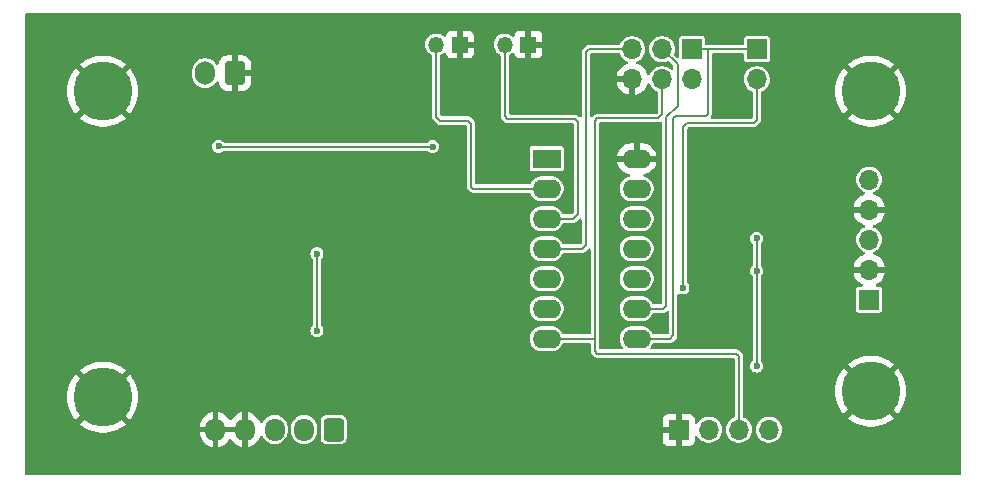
<source format=gbr>
%TF.GenerationSoftware,KiCad,Pcbnew,8.0.5*%
%TF.CreationDate,2024-10-11T14:34:09+02:00*%
%TF.ProjectId,SMD-Loetstation,534d442d-4c6f-4657-9473-746174696f6e,rev?*%
%TF.SameCoordinates,Original*%
%TF.FileFunction,Copper,L2,Bot*%
%TF.FilePolarity,Positive*%
%FSLAX46Y46*%
G04 Gerber Fmt 4.6, Leading zero omitted, Abs format (unit mm)*
G04 Created by KiCad (PCBNEW 8.0.5) date 2024-10-11 14:34:09*
%MOMM*%
%LPD*%
G01*
G04 APERTURE LIST*
G04 Aperture macros list*
%AMRoundRect*
0 Rectangle with rounded corners*
0 $1 Rounding radius*
0 $2 $3 $4 $5 $6 $7 $8 $9 X,Y pos of 4 corners*
0 Add a 4 corners polygon primitive as box body*
4,1,4,$2,$3,$4,$5,$6,$7,$8,$9,$2,$3,0*
0 Add four circle primitives for the rounded corners*
1,1,$1+$1,$2,$3*
1,1,$1+$1,$4,$5*
1,1,$1+$1,$6,$7*
1,1,$1+$1,$8,$9*
0 Add four rect primitives between the rounded corners*
20,1,$1+$1,$2,$3,$4,$5,0*
20,1,$1+$1,$4,$5,$6,$7,0*
20,1,$1+$1,$6,$7,$8,$9,0*
20,1,$1+$1,$8,$9,$2,$3,0*%
G04 Aperture macros list end*
%TA.AperFunction,ComponentPad*%
%ADD10C,5.000000*%
%TD*%
%TA.AperFunction,ComponentPad*%
%ADD11R,1.700000X1.700000*%
%TD*%
%TA.AperFunction,ComponentPad*%
%ADD12O,1.700000X1.700000*%
%TD*%
%TA.AperFunction,ComponentPad*%
%ADD13R,1.350000X1.350000*%
%TD*%
%TA.AperFunction,ComponentPad*%
%ADD14O,1.350000X1.350000*%
%TD*%
%TA.AperFunction,ComponentPad*%
%ADD15RoundRect,0.250000X0.600000X0.750000X-0.600000X0.750000X-0.600000X-0.750000X0.600000X-0.750000X0*%
%TD*%
%TA.AperFunction,ComponentPad*%
%ADD16O,1.700000X2.000000*%
%TD*%
%TA.AperFunction,ComponentPad*%
%ADD17R,2.400000X1.600000*%
%TD*%
%TA.AperFunction,ComponentPad*%
%ADD18O,2.400000X1.600000*%
%TD*%
%TA.AperFunction,ComponentPad*%
%ADD19RoundRect,0.250000X0.600000X0.725000X-0.600000X0.725000X-0.600000X-0.725000X0.600000X-0.725000X0*%
%TD*%
%TA.AperFunction,ComponentPad*%
%ADD20O,1.700000X1.950000*%
%TD*%
%TA.AperFunction,ViaPad*%
%ADD21C,0.600000*%
%TD*%
%TA.AperFunction,Conductor*%
%ADD22C,0.200000*%
%TD*%
G04 APERTURE END LIST*
D10*
%TO.P,H1,1,1*%
%TO.N,GND*%
X104648000Y-78740000D03*
%TD*%
D11*
%TO.P,J2,1,Pin_1*%
%TO.N,GND*%
X153416000Y-107416600D03*
D12*
%TO.P,J2,2,Pin_2*%
%TO.N,Net-(J2-Pin_2)*%
X155956000Y-107416600D03*
%TO.P,J2,3,Pin_3*%
%TO.N,Net-(J2-Pin_3)*%
X158496000Y-107416600D03*
%TO.P,J2,4,Pin_4*%
%TO.N,+5V*%
X161036000Y-107416600D03*
%TD*%
D11*
%TO.P,J8,1,Pin_1*%
%TO.N,Net-(J7-MISO)*%
X160020000Y-75184000D03*
D12*
%TO.P,J8,2,Pin_2*%
%TO.N,Net-(J8-Pin_2)*%
X160020000Y-77724000D03*
%TD*%
D13*
%TO.P,J4,1,Pin_1*%
%TO.N,GND*%
X140684000Y-74803000D03*
D14*
%TO.P,J4,2,Pin_2*%
%TO.N,Net-(J4-Pin_2)*%
X138684000Y-74803000D03*
%TD*%
D10*
%TO.P,H3,1,1*%
%TO.N,GND*%
X104648000Y-104648000D03*
%TD*%
D11*
%TO.P,J7,1,MISO*%
%TO.N,Net-(J7-MISO)*%
X154559000Y-75184000D03*
D12*
%TO.P,J7,2,VCC*%
%TO.N,+5V*%
X154559000Y-77724000D03*
%TO.P,J7,3,SCK*%
%TO.N,Net-(J2-Pin_2)*%
X152019000Y-75184000D03*
%TO.P,J7,4,MOSI*%
%TO.N,Net-(J2-Pin_3)*%
X152019000Y-77724000D03*
%TO.P,J7,5,~{RST}*%
%TO.N,Net-(J7-~{RST})*%
X149479000Y-75184000D03*
%TO.P,J7,6,GND*%
%TO.N,GND*%
X149479000Y-77724000D03*
%TD*%
D15*
%TO.P,J1,1,Pin_1*%
%TO.N,GND*%
X115824000Y-77216000D03*
D16*
%TO.P,J1,2,Pin_2*%
%TO.N,+12V*%
X113324000Y-77216000D03*
%TD*%
D17*
%TO.P,U3,1,VCC*%
%TO.N,+5V*%
X142240000Y-84455000D03*
D18*
%TO.P,U3,2,XTAL1/PB0*%
%TO.N,Net-(J3-Pin_2)*%
X142240000Y-86995000D03*
%TO.P,U3,3,XTAL2/PB1*%
%TO.N,Net-(J4-Pin_2)*%
X142240000Y-89535000D03*
%TO.P,U3,4,~{RESET}/PB3*%
%TO.N,Net-(J7-~{RST})*%
X142240000Y-92075000D03*
%TO.P,U3,5,PB2*%
%TO.N,unconnected-(U3-PB2-Pad5)*%
X142240000Y-94615000D03*
%TO.P,U3,6,PA7*%
%TO.N,unconnected-(U3-PA7-Pad6)*%
X142240000Y-97155000D03*
%TO.P,U3,7,PA6*%
%TO.N,Net-(J2-Pin_3)*%
X142240000Y-99695000D03*
%TO.P,U3,8,PA5*%
%TO.N,Net-(J7-MISO)*%
X149860000Y-99695000D03*
%TO.P,U3,9,PA4*%
%TO.N,Net-(J2-Pin_2)*%
X149860000Y-97155000D03*
%TO.P,U3,10,PA3*%
%TO.N,Net-(U3-PA3)*%
X149860000Y-94615000D03*
%TO.P,U3,11,PA2*%
%TO.N,Net-(J5-Pin_1)*%
X149860000Y-92075000D03*
%TO.P,U3,12,PA1*%
%TO.N,Net-(U3-PA1)*%
X149860000Y-89535000D03*
%TO.P,U3,13,AREF/PA0*%
%TO.N,Net-(U3-AREF{slash}PA0)*%
X149860000Y-86995000D03*
%TO.P,U3,14,GND*%
%TO.N,GND*%
X149860000Y-84455000D03*
%TD*%
D10*
%TO.P,H2,1,1*%
%TO.N,GND*%
X169672000Y-104140000D03*
%TD*%
D13*
%TO.P,J3,1,Pin_1*%
%TO.N,GND*%
X134874000Y-74803000D03*
D14*
%TO.P,J3,2,Pin_2*%
%TO.N,Net-(J3-Pin_2)*%
X132874000Y-74803000D03*
%TD*%
D11*
%TO.P,J5,1,Pin_1*%
%TO.N,Net-(J5-Pin_1)*%
X169545000Y-96393000D03*
D12*
%TO.P,J5,2,Pin_2*%
%TO.N,GND*%
X169545000Y-93853000D03*
%TO.P,J5,3,Pin_3*%
%TO.N,Net-(J5-Pin_3)*%
X169545000Y-91313000D03*
%TO.P,J5,4,Pin_4*%
%TO.N,GND*%
X169545000Y-88773000D03*
%TO.P,J5,5,Pin_5*%
%TO.N,Net-(J5-Pin_5)*%
X169545000Y-86233000D03*
%TD*%
D10*
%TO.P,H4,1,1*%
%TO.N,GND*%
X169672000Y-78740000D03*
%TD*%
D19*
%TO.P,J6,1,Pin_1*%
%TO.N,Net-(J6-Pin_1)*%
X124191400Y-107391200D03*
D20*
%TO.P,J6,2,Pin_2*%
%TO.N,Net-(J6-Pin_2)*%
X121691400Y-107391200D03*
%TO.P,J6,3,Pin_3*%
X119191400Y-107391200D03*
%TO.P,J6,4,Pin_4*%
%TO.N,GND*%
X116691400Y-107391200D03*
%TO.P,J6,5,Pin_5*%
X114191400Y-107391200D03*
%TD*%
D21*
%TO.N,GND*%
X151688800Y-90220800D03*
X151587200Y-88188800D03*
X160274000Y-86283800D03*
X158292800Y-86309200D03*
X157226000Y-80365600D03*
X144856200Y-94665800D03*
%TO.N,Net-(U2-+)*%
X122783600Y-99009200D03*
X122783600Y-92506800D03*
%TO.N,+5V*%
X160020000Y-91211400D03*
X160020000Y-93980000D03*
X114452400Y-83413600D03*
X160020000Y-102013000D03*
X132588000Y-83450000D03*
%TO.N,Net-(J8-Pin_2)*%
X153771600Y-95402400D03*
%TD*%
D22*
%TO.N,Net-(U2-+)*%
X122783600Y-92506800D02*
X122783600Y-99009200D01*
%TO.N,+5V*%
X160020000Y-102013000D02*
X160020000Y-93980000D01*
X114517600Y-83450000D02*
X132588000Y-83450000D01*
X114452400Y-83515200D02*
X114517600Y-83450000D01*
X160020000Y-91211400D02*
X160020000Y-93980000D01*
%TO.N,Net-(J2-Pin_2)*%
X152349200Y-80931286D02*
X153314400Y-79966086D01*
X152349200Y-96926400D02*
X152349200Y-80931286D01*
X149860000Y-97155000D02*
X152120600Y-97155000D01*
X153314400Y-76479400D02*
X152019000Y-75184000D01*
X153314400Y-79966086D02*
X153314400Y-76479400D01*
X152120600Y-97155000D02*
X152349200Y-96926400D01*
%TO.N,Net-(J2-Pin_3)*%
X146532600Y-100965000D02*
X158292800Y-100965000D01*
X142240000Y-99695000D02*
X145817200Y-99695000D01*
X158496000Y-101168200D02*
X158496000Y-107416600D01*
X146304000Y-81229200D02*
X146507200Y-81026000D01*
X145817200Y-99695000D02*
X146304000Y-99695000D01*
X146304000Y-100736400D02*
X146532600Y-100965000D01*
X146304000Y-99695000D02*
X146304000Y-81229200D01*
X146507200Y-81026000D02*
X151688800Y-81026000D01*
X146304000Y-99695000D02*
X146304000Y-100736400D01*
X151688800Y-81026000D02*
X152019000Y-80695800D01*
X152019000Y-80695800D02*
X152019000Y-77724000D01*
X158292800Y-100965000D02*
X158496000Y-101168200D01*
%TO.N,Net-(J3-Pin_2)*%
X132874000Y-74803000D02*
X132874000Y-80905600D01*
X135839200Y-86817200D02*
X136017000Y-86995000D01*
X135585200Y-81229200D02*
X135839200Y-81483200D01*
X136017000Y-86995000D02*
X142240000Y-86995000D01*
X135839200Y-81483200D02*
X135839200Y-86817200D01*
X133197600Y-81229200D02*
X135585200Y-81229200D01*
X132874000Y-80905600D02*
X133197600Y-81229200D01*
%TO.N,Net-(J4-Pin_2)*%
X144500600Y-89535000D02*
X142240000Y-89535000D01*
X144881600Y-81330800D02*
X144881600Y-89154000D01*
X138684000Y-74803000D02*
X138684000Y-80873600D01*
X138684000Y-80873600D02*
X138887200Y-81076800D01*
X138887200Y-81076800D02*
X144627600Y-81076800D01*
X144881600Y-89154000D02*
X144500600Y-89535000D01*
X144627600Y-81076800D02*
X144881600Y-81330800D01*
%TO.N,Net-(J8-Pin_2)*%
X160020000Y-81178400D02*
X160020000Y-77846000D01*
X153771600Y-81788000D02*
X154127200Y-81432400D01*
X153771600Y-95402400D02*
X153771600Y-81788000D01*
X154127200Y-81432400D02*
X159766000Y-81432400D01*
X159766000Y-81432400D02*
X160020000Y-81178400D01*
%TO.N,Net-(J7-MISO)*%
X160020000Y-75306000D02*
X159898000Y-75184000D01*
X152958800Y-99415600D02*
X152679400Y-99695000D01*
X155854400Y-80670400D02*
X155702000Y-80822800D01*
X153162000Y-80822800D02*
X152958800Y-81026000D01*
X159898000Y-75184000D02*
X154559000Y-75184000D01*
X155702000Y-80822800D02*
X153162000Y-80822800D01*
X155854400Y-75184000D02*
X155854400Y-80670400D01*
X152958800Y-81026000D02*
X152958800Y-99415600D01*
X152679400Y-99695000D02*
X149860000Y-99695000D01*
%TO.N,Net-(J7-~{RST})*%
X145796000Y-75184000D02*
X149479000Y-75184000D01*
X145542000Y-75438000D02*
X145796000Y-75184000D01*
X145262600Y-92075000D02*
X145542000Y-91795600D01*
X142240000Y-92075000D02*
X145262600Y-92075000D01*
X145542000Y-91795600D02*
X145542000Y-75438000D01*
%TD*%
%TA.AperFunction,Conductor*%
%TO.N,GND*%
G36*
X116248770Y-107207857D02*
G01*
X116216400Y-107328665D01*
X116216400Y-107453735D01*
X116248770Y-107574543D01*
X116287254Y-107641200D01*
X114595546Y-107641200D01*
X114634030Y-107574543D01*
X114666400Y-107453735D01*
X114666400Y-107328665D01*
X114634030Y-107207857D01*
X114595546Y-107141200D01*
X116287254Y-107141200D01*
X116248770Y-107207857D01*
G37*
%TD.AperFunction*%
%TA.AperFunction,Conductor*%
G36*
X151959195Y-81375110D02*
G01*
X151994848Y-81435198D01*
X151998700Y-81465866D01*
X151998700Y-96680500D01*
X151979015Y-96747539D01*
X151926211Y-96793294D01*
X151874700Y-96804500D01*
X151334725Y-96804500D01*
X151267686Y-96784815D01*
X151221931Y-96732011D01*
X151220164Y-96727952D01*
X151190943Y-96657405D01*
X151075975Y-96485342D01*
X150929657Y-96339024D01*
X150843626Y-96281541D01*
X150757598Y-96224059D01*
X150566420Y-96144870D01*
X150566412Y-96144868D01*
X150363469Y-96104500D01*
X150363465Y-96104500D01*
X149356535Y-96104500D01*
X149356530Y-96104500D01*
X149153587Y-96144868D01*
X149153579Y-96144870D01*
X148962403Y-96224058D01*
X148790342Y-96339024D01*
X148644024Y-96485342D01*
X148529058Y-96657403D01*
X148449870Y-96848579D01*
X148449868Y-96848587D01*
X148409500Y-97051530D01*
X148409500Y-97258469D01*
X148449868Y-97461412D01*
X148449870Y-97461420D01*
X148529058Y-97652596D01*
X148644024Y-97824657D01*
X148790342Y-97970975D01*
X148790345Y-97970977D01*
X148962402Y-98085941D01*
X149153580Y-98165130D01*
X149356530Y-98205499D01*
X149356534Y-98205500D01*
X149356535Y-98205500D01*
X150363466Y-98205500D01*
X150363467Y-98205499D01*
X150566420Y-98165130D01*
X150757598Y-98085941D01*
X150929655Y-97970977D01*
X151075977Y-97824655D01*
X151190941Y-97652598D01*
X151220164Y-97582048D01*
X151264005Y-97527644D01*
X151330299Y-97505579D01*
X151334725Y-97505500D01*
X152166742Y-97505500D01*
X152166744Y-97505500D01*
X152255888Y-97481614D01*
X152260474Y-97478966D01*
X152335812Y-97435470D01*
X152396619Y-97374663D01*
X152457942Y-97341178D01*
X152527634Y-97346162D01*
X152583567Y-97388034D01*
X152607984Y-97453498D01*
X152608300Y-97462344D01*
X152608300Y-99219056D01*
X152588615Y-99286095D01*
X152571981Y-99306737D01*
X152570537Y-99308181D01*
X152509214Y-99341666D01*
X152482856Y-99344500D01*
X151334725Y-99344500D01*
X151267686Y-99324815D01*
X151221931Y-99272011D01*
X151220164Y-99267952D01*
X151190943Y-99197405D01*
X151075975Y-99025342D01*
X150929657Y-98879024D01*
X150843626Y-98821541D01*
X150757598Y-98764059D01*
X150566420Y-98684870D01*
X150566412Y-98684868D01*
X150363469Y-98644500D01*
X150363465Y-98644500D01*
X149356535Y-98644500D01*
X149356530Y-98644500D01*
X149153587Y-98684868D01*
X149153579Y-98684870D01*
X148962403Y-98764058D01*
X148790342Y-98879024D01*
X148644024Y-99025342D01*
X148529058Y-99197403D01*
X148449870Y-99388579D01*
X148449868Y-99388587D01*
X148409500Y-99591530D01*
X148409500Y-99798469D01*
X148449868Y-100001412D01*
X148449870Y-100001420D01*
X148529058Y-100192596D01*
X148644024Y-100364657D01*
X148682186Y-100402819D01*
X148715671Y-100464142D01*
X148710687Y-100533834D01*
X148668815Y-100589767D01*
X148603351Y-100614184D01*
X148594505Y-100614500D01*
X146778500Y-100614500D01*
X146711461Y-100594815D01*
X146665706Y-100542011D01*
X146654500Y-100490500D01*
X146654500Y-94511530D01*
X148409500Y-94511530D01*
X148409500Y-94718469D01*
X148449868Y-94921412D01*
X148449870Y-94921420D01*
X148484087Y-95004028D01*
X148529059Y-95112598D01*
X148537197Y-95124777D01*
X148644024Y-95284657D01*
X148790342Y-95430975D01*
X148790345Y-95430977D01*
X148962402Y-95545941D01*
X149153580Y-95625130D01*
X149356530Y-95665499D01*
X149356534Y-95665500D01*
X149356535Y-95665500D01*
X150363466Y-95665500D01*
X150363467Y-95665499D01*
X150566420Y-95625130D01*
X150757598Y-95545941D01*
X150929655Y-95430977D01*
X151075977Y-95284655D01*
X151190941Y-95112598D01*
X151270130Y-94921420D01*
X151310500Y-94718465D01*
X151310500Y-94511535D01*
X151270130Y-94308580D01*
X151190941Y-94117402D01*
X151075977Y-93945345D01*
X151075975Y-93945342D01*
X150929657Y-93799024D01*
X150785010Y-93702375D01*
X150757598Y-93684059D01*
X150566420Y-93604870D01*
X150566412Y-93604868D01*
X150363469Y-93564500D01*
X150363465Y-93564500D01*
X149356535Y-93564500D01*
X149356530Y-93564500D01*
X149153587Y-93604868D01*
X149153579Y-93604870D01*
X148962403Y-93684058D01*
X148790342Y-93799024D01*
X148644024Y-93945342D01*
X148529058Y-94117403D01*
X148449870Y-94308579D01*
X148449868Y-94308587D01*
X148409500Y-94511530D01*
X146654500Y-94511530D01*
X146654500Y-91971530D01*
X148409500Y-91971530D01*
X148409500Y-92178469D01*
X148448845Y-92376269D01*
X148449870Y-92381420D01*
X148529059Y-92572598D01*
X148533714Y-92579565D01*
X148644024Y-92744657D01*
X148790342Y-92890975D01*
X148790345Y-92890977D01*
X148962402Y-93005941D01*
X149153580Y-93085130D01*
X149356530Y-93125499D01*
X149356534Y-93125500D01*
X149356535Y-93125500D01*
X150363466Y-93125500D01*
X150363467Y-93125499D01*
X150566420Y-93085130D01*
X150757598Y-93005941D01*
X150929655Y-92890977D01*
X151075977Y-92744655D01*
X151190941Y-92572598D01*
X151270130Y-92381420D01*
X151310500Y-92178465D01*
X151310500Y-91971535D01*
X151310500Y-91971531D01*
X151310499Y-91971530D01*
X151270131Y-91768587D01*
X151270130Y-91768580D01*
X151190941Y-91577402D01*
X151075977Y-91405345D01*
X151075975Y-91405342D01*
X150929657Y-91259024D01*
X150843626Y-91201541D01*
X150757598Y-91144059D01*
X150675172Y-91109917D01*
X150566420Y-91064870D01*
X150566412Y-91064868D01*
X150363469Y-91024500D01*
X150363465Y-91024500D01*
X149356535Y-91024500D01*
X149356530Y-91024500D01*
X149153587Y-91064868D01*
X149153579Y-91064870D01*
X148962403Y-91144058D01*
X148790342Y-91259024D01*
X148644024Y-91405342D01*
X148529058Y-91577403D01*
X148449870Y-91768579D01*
X148449868Y-91768587D01*
X148409500Y-91971530D01*
X146654500Y-91971530D01*
X146654500Y-89431530D01*
X148409500Y-89431530D01*
X148409500Y-89638469D01*
X148449868Y-89841412D01*
X148449870Y-89841420D01*
X148529058Y-90032596D01*
X148644024Y-90204657D01*
X148790342Y-90350975D01*
X148790345Y-90350977D01*
X148962402Y-90465941D01*
X149153580Y-90545130D01*
X149270673Y-90568421D01*
X149356530Y-90585499D01*
X149356534Y-90585500D01*
X149356535Y-90585500D01*
X150363466Y-90585500D01*
X150363467Y-90585499D01*
X150566420Y-90545130D01*
X150757598Y-90465941D01*
X150929655Y-90350977D01*
X151075977Y-90204655D01*
X151190941Y-90032598D01*
X151270130Y-89841420D01*
X151310500Y-89638465D01*
X151310500Y-89431535D01*
X151270130Y-89228580D01*
X151190941Y-89037402D01*
X151075977Y-88865345D01*
X151075975Y-88865342D01*
X150929657Y-88719024D01*
X150843626Y-88661541D01*
X150757598Y-88604059D01*
X150566420Y-88524870D01*
X150566412Y-88524868D01*
X150363469Y-88484500D01*
X150363465Y-88484500D01*
X149356535Y-88484500D01*
X149356530Y-88484500D01*
X149153587Y-88524868D01*
X149153579Y-88524870D01*
X148962403Y-88604058D01*
X148790342Y-88719024D01*
X148644024Y-88865342D01*
X148529058Y-89037403D01*
X148449870Y-89228579D01*
X148449868Y-89228587D01*
X148409500Y-89431530D01*
X146654500Y-89431530D01*
X146654500Y-84205000D01*
X148183391Y-84205000D01*
X149544314Y-84205000D01*
X149539920Y-84209394D01*
X149487259Y-84300606D01*
X149460000Y-84402339D01*
X149460000Y-84507661D01*
X149487259Y-84609394D01*
X149539920Y-84700606D01*
X149544314Y-84705000D01*
X148183391Y-84705000D01*
X148192009Y-84759413D01*
X148255244Y-84954029D01*
X148348140Y-85136349D01*
X148468417Y-85301894D01*
X148468417Y-85301895D01*
X148613104Y-85446582D01*
X148778650Y-85566859D01*
X148960968Y-85659755D01*
X149155577Y-85722988D01*
X149201586Y-85730275D01*
X149264722Y-85760204D01*
X149301653Y-85819515D01*
X149300657Y-85889378D01*
X149262047Y-85947611D01*
X149206383Y-85974366D01*
X149153584Y-85984868D01*
X149153579Y-85984870D01*
X148962403Y-86064058D01*
X148790342Y-86179024D01*
X148644024Y-86325342D01*
X148529058Y-86497403D01*
X148449870Y-86688579D01*
X148449868Y-86688587D01*
X148409500Y-86891530D01*
X148409500Y-87098469D01*
X148448845Y-87296269D01*
X148449870Y-87301420D01*
X148529059Y-87492598D01*
X148533714Y-87499565D01*
X148644024Y-87664657D01*
X148790342Y-87810975D01*
X148790345Y-87810977D01*
X148962402Y-87925941D01*
X149153580Y-88005130D01*
X149356530Y-88045499D01*
X149356534Y-88045500D01*
X149356535Y-88045500D01*
X150363466Y-88045500D01*
X150363467Y-88045499D01*
X150566420Y-88005130D01*
X150757598Y-87925941D01*
X150929655Y-87810977D01*
X151075977Y-87664655D01*
X151190941Y-87492598D01*
X151270130Y-87301420D01*
X151310500Y-87098465D01*
X151310500Y-86891535D01*
X151270130Y-86688580D01*
X151190941Y-86497402D01*
X151075977Y-86325345D01*
X151075975Y-86325342D01*
X150929657Y-86179024D01*
X150843626Y-86121541D01*
X150757598Y-86064059D01*
X150675172Y-86029917D01*
X150566420Y-85984870D01*
X150566414Y-85984868D01*
X150513617Y-85974366D01*
X150451706Y-85941981D01*
X150417132Y-85881265D01*
X150420873Y-85811495D01*
X150461739Y-85754823D01*
X150518413Y-85730275D01*
X150564422Y-85722988D01*
X150759031Y-85659755D01*
X150941349Y-85566859D01*
X151106894Y-85446582D01*
X151106895Y-85446582D01*
X151251582Y-85301895D01*
X151251582Y-85301894D01*
X151371859Y-85136349D01*
X151464755Y-84954029D01*
X151527990Y-84759413D01*
X151536609Y-84705000D01*
X150175686Y-84705000D01*
X150180080Y-84700606D01*
X150232741Y-84609394D01*
X150260000Y-84507661D01*
X150260000Y-84402339D01*
X150232741Y-84300606D01*
X150180080Y-84209394D01*
X150175686Y-84205000D01*
X151536609Y-84205000D01*
X151527990Y-84150586D01*
X151464755Y-83955970D01*
X151371859Y-83773650D01*
X151251582Y-83608105D01*
X151251582Y-83608104D01*
X151106895Y-83463417D01*
X150941349Y-83343140D01*
X150759031Y-83250244D01*
X150564417Y-83187009D01*
X150362317Y-83155000D01*
X150110000Y-83155000D01*
X150110000Y-84139314D01*
X150105606Y-84134920D01*
X150014394Y-84082259D01*
X149912661Y-84055000D01*
X149807339Y-84055000D01*
X149705606Y-84082259D01*
X149614394Y-84134920D01*
X149610000Y-84139314D01*
X149610000Y-83155000D01*
X149357683Y-83155000D01*
X149155582Y-83187009D01*
X148960968Y-83250244D01*
X148778650Y-83343140D01*
X148613105Y-83463417D01*
X148613104Y-83463417D01*
X148468417Y-83608104D01*
X148468417Y-83608105D01*
X148348140Y-83773650D01*
X148255244Y-83955970D01*
X148192009Y-84150586D01*
X148183391Y-84205000D01*
X146654500Y-84205000D01*
X146654500Y-81500500D01*
X146674185Y-81433461D01*
X146726989Y-81387706D01*
X146778500Y-81376500D01*
X151734942Y-81376500D01*
X151734944Y-81376500D01*
X151824088Y-81352614D01*
X151824092Y-81352611D01*
X151827246Y-81351306D01*
X151830122Y-81350996D01*
X151831939Y-81350510D01*
X151832014Y-81350793D01*
X151896715Y-81343836D01*
X151959195Y-81375110D01*
G37*
%TD.AperFunction*%
%TA.AperFunction,Conductor*%
G36*
X148414404Y-75554185D02*
G01*
X148458365Y-75603228D01*
X148539327Y-75765821D01*
X148662237Y-75928581D01*
X148812958Y-76065980D01*
X148812960Y-76065982D01*
X148907903Y-76124768D01*
X148986363Y-76173348D01*
X149067283Y-76204696D01*
X149122685Y-76247269D01*
X149146276Y-76313035D01*
X149130565Y-76381116D01*
X149080542Y-76429895D01*
X149054586Y-76440097D01*
X149015519Y-76450565D01*
X149015507Y-76450570D01*
X148801422Y-76550399D01*
X148801420Y-76550400D01*
X148607926Y-76685886D01*
X148607920Y-76685891D01*
X148440891Y-76852920D01*
X148440886Y-76852926D01*
X148305400Y-77046420D01*
X148305399Y-77046422D01*
X148205570Y-77260507D01*
X148205567Y-77260513D01*
X148148364Y-77473999D01*
X148148364Y-77474000D01*
X149045988Y-77474000D01*
X149013075Y-77531007D01*
X148979000Y-77658174D01*
X148979000Y-77789826D01*
X149013075Y-77916993D01*
X149045988Y-77974000D01*
X148148364Y-77974000D01*
X148205567Y-78187486D01*
X148205570Y-78187492D01*
X148305399Y-78401578D01*
X148440894Y-78595082D01*
X148607917Y-78762105D01*
X148801421Y-78897600D01*
X149015507Y-78997429D01*
X149015516Y-78997433D01*
X149229000Y-79054634D01*
X149229000Y-78157012D01*
X149286007Y-78189925D01*
X149413174Y-78224000D01*
X149544826Y-78224000D01*
X149671993Y-78189925D01*
X149729000Y-78157012D01*
X149729000Y-79054633D01*
X149942483Y-78997433D01*
X149942492Y-78997429D01*
X150156578Y-78897600D01*
X150350082Y-78762105D01*
X150517105Y-78595082D01*
X150652600Y-78401578D01*
X150752429Y-78187492D01*
X150752431Y-78187489D01*
X150761406Y-78153992D01*
X150797770Y-78094331D01*
X150860616Y-78063800D01*
X150929992Y-78072094D01*
X150983871Y-78116578D01*
X150992182Y-78130811D01*
X151079327Y-78305821D01*
X151202237Y-78468581D01*
X151352958Y-78605980D01*
X151352960Y-78605982D01*
X151352962Y-78605983D01*
X151526363Y-78713348D01*
X151526368Y-78713349D01*
X151526370Y-78713351D01*
X151533206Y-78715999D01*
X151589292Y-78737726D01*
X151644694Y-78780298D01*
X151668286Y-78846064D01*
X151668500Y-78853353D01*
X151668500Y-80499256D01*
X151648815Y-80566295D01*
X151632181Y-80586937D01*
X151579937Y-80639181D01*
X151518614Y-80672666D01*
X151492256Y-80675500D01*
X146461056Y-80675500D01*
X146371912Y-80699386D01*
X146371909Y-80699387D01*
X146291991Y-80745527D01*
X146291986Y-80745531D01*
X146104181Y-80933337D01*
X146042858Y-80966822D01*
X145973166Y-80961838D01*
X145917233Y-80919966D01*
X145892816Y-80854502D01*
X145892500Y-80845656D01*
X145892500Y-75658500D01*
X145912185Y-75591461D01*
X145964989Y-75545706D01*
X146016500Y-75534500D01*
X148347365Y-75534500D01*
X148414404Y-75554185D01*
G37*
%TD.AperFunction*%
%TA.AperFunction,Conductor*%
G36*
X177242539Y-72148185D02*
G01*
X177288294Y-72200989D01*
X177299500Y-72252500D01*
X177299500Y-111135500D01*
X177279815Y-111202539D01*
X177227011Y-111248294D01*
X177175500Y-111259500D01*
X98160500Y-111259500D01*
X98093461Y-111239815D01*
X98047706Y-111187011D01*
X98036500Y-111135500D01*
X98036500Y-104647996D01*
X101642916Y-104647996D01*
X101642916Y-104648003D01*
X101663235Y-104996869D01*
X101663236Y-104996880D01*
X101723914Y-105341002D01*
X101723916Y-105341011D01*
X101824145Y-105675800D01*
X101962555Y-105996670D01*
X101962561Y-105996683D01*
X102137289Y-106299322D01*
X102345967Y-106579625D01*
X102354148Y-106588296D01*
X103604319Y-105338124D01*
X103694554Y-105462320D01*
X103833680Y-105601446D01*
X103957873Y-105691678D01*
X102710818Y-106938733D01*
X102710819Y-106938734D01*
X102853484Y-107058445D01*
X103145461Y-107250480D01*
X103457739Y-107407314D01*
X103457745Y-107407316D01*
X103786130Y-107526838D01*
X103786133Y-107526839D01*
X104126171Y-107607429D01*
X104473276Y-107647999D01*
X104473277Y-107648000D01*
X104822723Y-107648000D01*
X104822723Y-107647999D01*
X105169827Y-107607429D01*
X105169829Y-107607429D01*
X105509866Y-107526839D01*
X105509869Y-107526838D01*
X105838254Y-107407316D01*
X105838260Y-107407314D01*
X106150538Y-107250480D01*
X106316691Y-107141200D01*
X112844370Y-107141200D01*
X113787254Y-107141200D01*
X113748770Y-107207857D01*
X113716400Y-107328665D01*
X113716400Y-107453735D01*
X113748770Y-107574543D01*
X113787254Y-107641200D01*
X112844370Y-107641200D01*
X112874642Y-107832327D01*
X112874642Y-107832330D01*
X112940304Y-108034417D01*
X113036779Y-108223757D01*
X113161672Y-108395659D01*
X113161676Y-108395664D01*
X113311935Y-108545923D01*
X113311940Y-108545927D01*
X113483842Y-108670820D01*
X113673182Y-108767295D01*
X113875271Y-108832957D01*
X113941400Y-108843431D01*
X113941400Y-107795345D01*
X114008057Y-107833830D01*
X114128865Y-107866200D01*
X114253935Y-107866200D01*
X114374743Y-107833830D01*
X114441400Y-107795345D01*
X114441400Y-108843430D01*
X114507526Y-108832957D01*
X114507529Y-108832957D01*
X114709617Y-108767295D01*
X114898957Y-108670820D01*
X115070859Y-108545927D01*
X115070864Y-108545923D01*
X115221127Y-108395660D01*
X115341082Y-108230555D01*
X115396411Y-108187889D01*
X115466025Y-108181910D01*
X115527820Y-108214515D01*
X115541718Y-108230555D01*
X115661672Y-108395660D01*
X115811935Y-108545923D01*
X115811940Y-108545927D01*
X115983842Y-108670820D01*
X116173182Y-108767295D01*
X116375271Y-108832957D01*
X116441400Y-108843431D01*
X116441400Y-107795345D01*
X116508057Y-107833830D01*
X116628865Y-107866200D01*
X116753935Y-107866200D01*
X116874743Y-107833830D01*
X116941400Y-107795345D01*
X116941400Y-108843430D01*
X117007526Y-108832957D01*
X117007529Y-108832957D01*
X117209617Y-108767295D01*
X117398957Y-108670820D01*
X117570859Y-108545927D01*
X117570864Y-108545923D01*
X117721123Y-108395664D01*
X117721127Y-108395659D01*
X117846020Y-108223757D01*
X117942494Y-108034419D01*
X117958168Y-107986178D01*
X117997605Y-107928502D01*
X118061963Y-107901303D01*
X118130809Y-107913216D01*
X118182286Y-107960459D01*
X118186585Y-107968199D01*
X118250168Y-108092988D01*
X118351986Y-108233128D01*
X118474472Y-108355614D01*
X118614612Y-108457432D01*
X118768955Y-108536073D01*
X118933699Y-108589602D01*
X119104789Y-108616700D01*
X119104790Y-108616700D01*
X119278010Y-108616700D01*
X119278011Y-108616700D01*
X119449101Y-108589602D01*
X119613845Y-108536073D01*
X119768188Y-108457432D01*
X119908328Y-108355614D01*
X120030814Y-108233128D01*
X120132632Y-108092988D01*
X120211273Y-107938645D01*
X120264802Y-107773901D01*
X120291900Y-107602811D01*
X120291900Y-107179589D01*
X120590900Y-107179589D01*
X120590900Y-107602811D01*
X120617998Y-107773901D01*
X120671527Y-107938645D01*
X120750168Y-108092988D01*
X120851986Y-108233128D01*
X120974472Y-108355614D01*
X121114612Y-108457432D01*
X121268955Y-108536073D01*
X121433699Y-108589602D01*
X121604789Y-108616700D01*
X121604790Y-108616700D01*
X121778010Y-108616700D01*
X121778011Y-108616700D01*
X121949101Y-108589602D01*
X122113845Y-108536073D01*
X122268188Y-108457432D01*
X122408328Y-108355614D01*
X122530814Y-108233128D01*
X122632632Y-108092988D01*
X122711273Y-107938645D01*
X122764802Y-107773901D01*
X122791900Y-107602811D01*
X122791900Y-107179589D01*
X122764802Y-107008499D01*
X122711273Y-106843755D01*
X122632632Y-106689412D01*
X122580991Y-106618335D01*
X123090900Y-106618335D01*
X123090900Y-108164070D01*
X123090901Y-108164076D01*
X123097308Y-108223683D01*
X123147602Y-108358528D01*
X123147606Y-108358535D01*
X123233852Y-108473744D01*
X123233855Y-108473747D01*
X123349064Y-108559993D01*
X123349071Y-108559997D01*
X123483917Y-108610291D01*
X123483916Y-108610291D01*
X123490844Y-108611035D01*
X123543527Y-108616700D01*
X124839272Y-108616699D01*
X124898883Y-108610291D01*
X125033731Y-108559996D01*
X125148946Y-108473746D01*
X125235196Y-108358531D01*
X125285491Y-108223683D01*
X125291900Y-108164073D01*
X125291899Y-106618328D01*
X125285491Y-106558717D01*
X125282407Y-106550449D01*
X125270586Y-106518755D01*
X152066000Y-106518755D01*
X152066000Y-107166600D01*
X152982988Y-107166600D01*
X152950075Y-107223607D01*
X152916000Y-107350774D01*
X152916000Y-107482426D01*
X152950075Y-107609593D01*
X152982988Y-107666600D01*
X152066000Y-107666600D01*
X152066000Y-108314444D01*
X152072401Y-108373972D01*
X152072403Y-108373979D01*
X152122645Y-108508686D01*
X152122649Y-108508693D01*
X152208809Y-108623787D01*
X152208812Y-108623790D01*
X152323906Y-108709950D01*
X152323913Y-108709954D01*
X152458620Y-108760196D01*
X152458627Y-108760198D01*
X152518155Y-108766599D01*
X152518172Y-108766600D01*
X153166000Y-108766600D01*
X153166000Y-107849612D01*
X153223007Y-107882525D01*
X153350174Y-107916600D01*
X153481826Y-107916600D01*
X153608993Y-107882525D01*
X153666000Y-107849612D01*
X153666000Y-108766600D01*
X154313828Y-108766600D01*
X154313844Y-108766599D01*
X154373372Y-108760198D01*
X154373379Y-108760196D01*
X154508086Y-108709954D01*
X154508093Y-108709950D01*
X154623187Y-108623790D01*
X154623190Y-108623787D01*
X154709350Y-108508693D01*
X154709354Y-108508686D01*
X154759596Y-108373979D01*
X154759598Y-108373972D01*
X154765999Y-108314444D01*
X154766000Y-108314427D01*
X154766000Y-108022912D01*
X154785685Y-107955873D01*
X154838489Y-107910118D01*
X154907647Y-107900174D01*
X154971203Y-107929199D01*
X155001000Y-107967641D01*
X155016325Y-107998419D01*
X155139237Y-108161181D01*
X155289958Y-108298580D01*
X155289960Y-108298582D01*
X155382066Y-108355611D01*
X155463363Y-108405948D01*
X155653544Y-108479624D01*
X155854024Y-108517100D01*
X155854026Y-108517100D01*
X156057974Y-108517100D01*
X156057976Y-108517100D01*
X156258456Y-108479624D01*
X156448637Y-108405948D01*
X156622041Y-108298581D01*
X156750122Y-108181819D01*
X156772762Y-108161181D01*
X156824259Y-108092988D01*
X156895673Y-107998421D01*
X156986582Y-107815850D01*
X157042397Y-107619683D01*
X157061215Y-107416600D01*
X157055115Y-107350774D01*
X157042397Y-107213517D01*
X157040787Y-107207857D01*
X156986582Y-107017350D01*
X156986159Y-107016501D01*
X156910719Y-106864996D01*
X156895673Y-106834779D01*
X156785897Y-106689412D01*
X156772762Y-106672018D01*
X156622041Y-106534619D01*
X156622039Y-106534617D01*
X156448642Y-106427255D01*
X156448639Y-106427253D01*
X156448637Y-106427252D01*
X156448636Y-106427251D01*
X156448635Y-106427251D01*
X156306499Y-106372188D01*
X156258456Y-106353576D01*
X156057976Y-106316100D01*
X155854024Y-106316100D01*
X155653544Y-106353576D01*
X155653541Y-106353576D01*
X155653541Y-106353577D01*
X155463364Y-106427251D01*
X155463357Y-106427255D01*
X155289960Y-106534617D01*
X155289958Y-106534619D01*
X155139237Y-106672018D01*
X155016328Y-106834776D01*
X155001000Y-106865560D01*
X154953496Y-106916796D01*
X154885833Y-106934217D01*
X154819493Y-106912291D01*
X154775538Y-106857979D01*
X154766000Y-106810287D01*
X154766000Y-106518772D01*
X154765999Y-106518755D01*
X154759598Y-106459227D01*
X154759596Y-106459220D01*
X154709354Y-106324513D01*
X154709350Y-106324506D01*
X154623190Y-106209412D01*
X154623187Y-106209409D01*
X154508093Y-106123249D01*
X154508086Y-106123245D01*
X154373379Y-106073003D01*
X154373372Y-106073001D01*
X154313844Y-106066600D01*
X153666000Y-106066600D01*
X153666000Y-106983588D01*
X153608993Y-106950675D01*
X153481826Y-106916600D01*
X153350174Y-106916600D01*
X153223007Y-106950675D01*
X153166000Y-106983588D01*
X153166000Y-106066600D01*
X152518155Y-106066600D01*
X152458627Y-106073001D01*
X152458620Y-106073003D01*
X152323913Y-106123245D01*
X152323906Y-106123249D01*
X152208812Y-106209409D01*
X152208809Y-106209412D01*
X152122649Y-106324506D01*
X152122645Y-106324513D01*
X152072403Y-106459220D01*
X152072401Y-106459227D01*
X152066000Y-106518755D01*
X125270586Y-106518755D01*
X125235197Y-106423871D01*
X125235193Y-106423864D01*
X125148947Y-106308655D01*
X125148944Y-106308652D01*
X125033735Y-106222406D01*
X125033728Y-106222402D01*
X124898882Y-106172108D01*
X124898883Y-106172108D01*
X124839283Y-106165701D01*
X124839281Y-106165700D01*
X124839273Y-106165700D01*
X124839264Y-106165700D01*
X123543529Y-106165700D01*
X123543523Y-106165701D01*
X123483916Y-106172108D01*
X123349071Y-106222402D01*
X123349064Y-106222406D01*
X123233855Y-106308652D01*
X123233852Y-106308655D01*
X123147606Y-106423864D01*
X123147602Y-106423871D01*
X123097308Y-106558717D01*
X123090901Y-106618316D01*
X123090901Y-106618323D01*
X123090900Y-106618335D01*
X122580991Y-106618335D01*
X122530814Y-106549272D01*
X122408328Y-106426786D01*
X122268188Y-106324968D01*
X122113845Y-106246327D01*
X121949101Y-106192798D01*
X121949099Y-106192797D01*
X121949098Y-106192797D01*
X121817671Y-106171981D01*
X121778011Y-106165700D01*
X121604789Y-106165700D01*
X121565128Y-106171981D01*
X121433702Y-106192797D01*
X121268952Y-106246328D01*
X121114611Y-106324968D01*
X121049619Y-106372188D01*
X120974472Y-106426786D01*
X120974470Y-106426788D01*
X120974469Y-106426788D01*
X120851988Y-106549269D01*
X120851988Y-106549270D01*
X120851986Y-106549272D01*
X120823633Y-106588297D01*
X120750168Y-106689411D01*
X120671528Y-106843752D01*
X120617997Y-107008502D01*
X120603596Y-107099429D01*
X120590900Y-107179589D01*
X120291900Y-107179589D01*
X120264802Y-107008499D01*
X120211273Y-106843755D01*
X120132632Y-106689412D01*
X120030814Y-106549272D01*
X119908328Y-106426786D01*
X119768188Y-106324968D01*
X119613845Y-106246327D01*
X119449101Y-106192798D01*
X119449099Y-106192797D01*
X119449098Y-106192797D01*
X119317671Y-106171981D01*
X119278011Y-106165700D01*
X119104789Y-106165700D01*
X119065128Y-106171981D01*
X118933702Y-106192797D01*
X118768952Y-106246328D01*
X118614611Y-106324968D01*
X118549619Y-106372188D01*
X118474472Y-106426786D01*
X118474470Y-106426788D01*
X118474469Y-106426788D01*
X118351988Y-106549269D01*
X118351988Y-106549270D01*
X118351986Y-106549272D01*
X118323633Y-106588297D01*
X118250168Y-106689411D01*
X118186585Y-106814200D01*
X118138610Y-106864996D01*
X118070789Y-106881791D01*
X118004654Y-106859253D01*
X117961203Y-106804538D01*
X117958168Y-106796222D01*
X117942493Y-106747978D01*
X117846020Y-106558642D01*
X117721127Y-106386740D01*
X117721123Y-106386735D01*
X117570864Y-106236476D01*
X117570859Y-106236472D01*
X117398957Y-106111579D01*
X117209615Y-106015103D01*
X117007524Y-105949441D01*
X116941400Y-105938968D01*
X116941400Y-106987054D01*
X116874743Y-106948570D01*
X116753935Y-106916200D01*
X116628865Y-106916200D01*
X116508057Y-106948570D01*
X116441400Y-106987054D01*
X116441400Y-105938968D01*
X116441399Y-105938968D01*
X116375275Y-105949441D01*
X116173184Y-106015103D01*
X115983842Y-106111579D01*
X115811940Y-106236472D01*
X115811935Y-106236476D01*
X115661676Y-106386735D01*
X115661672Y-106386740D01*
X115541718Y-106551844D01*
X115486388Y-106594510D01*
X115416775Y-106600489D01*
X115354980Y-106567884D01*
X115341082Y-106551844D01*
X115221127Y-106386740D01*
X115221123Y-106386735D01*
X115070864Y-106236476D01*
X115070859Y-106236472D01*
X114898957Y-106111579D01*
X114709615Y-106015103D01*
X114507524Y-105949441D01*
X114441400Y-105938968D01*
X114441400Y-106987054D01*
X114374743Y-106948570D01*
X114253935Y-106916200D01*
X114128865Y-106916200D01*
X114008057Y-106948570D01*
X113941400Y-106987054D01*
X113941400Y-105938968D01*
X113941399Y-105938968D01*
X113875275Y-105949441D01*
X113673184Y-106015103D01*
X113483842Y-106111579D01*
X113311940Y-106236472D01*
X113311935Y-106236476D01*
X113161676Y-106386735D01*
X113161672Y-106386740D01*
X113036779Y-106558642D01*
X112940304Y-106747982D01*
X112874642Y-106950069D01*
X112874642Y-106950072D01*
X112844370Y-107141200D01*
X106316691Y-107141200D01*
X106442509Y-107058449D01*
X106442510Y-107058448D01*
X106585179Y-106938734D01*
X106585180Y-106938733D01*
X105338126Y-105691678D01*
X105462320Y-105601446D01*
X105601446Y-105462320D01*
X105691678Y-105338126D01*
X106941849Y-106588297D01*
X106941851Y-106588296D01*
X106950022Y-106579636D01*
X106950033Y-106579623D01*
X107158710Y-106299322D01*
X107333438Y-105996683D01*
X107333444Y-105996670D01*
X107471854Y-105675800D01*
X107572083Y-105341011D01*
X107572085Y-105341002D01*
X107632763Y-104996880D01*
X107632764Y-104996869D01*
X107653084Y-104648003D01*
X107653084Y-104647996D01*
X107632764Y-104299130D01*
X107632763Y-104299119D01*
X107572085Y-103954997D01*
X107572083Y-103954988D01*
X107471854Y-103620199D01*
X107333444Y-103299329D01*
X107333438Y-103299316D01*
X107158710Y-102996677D01*
X106950032Y-102716374D01*
X106941850Y-102707702D01*
X105691678Y-103957873D01*
X105601446Y-103833680D01*
X105462320Y-103694554D01*
X105338125Y-103604320D01*
X106585180Y-102357265D01*
X106585179Y-102357264D01*
X106442519Y-102237557D01*
X106150538Y-102045519D01*
X105838260Y-101888685D01*
X105838254Y-101888683D01*
X105509869Y-101769161D01*
X105509866Y-101769160D01*
X105169828Y-101688570D01*
X104822723Y-101648000D01*
X104473277Y-101648000D01*
X104126172Y-101688570D01*
X104126170Y-101688570D01*
X103786133Y-101769160D01*
X103786130Y-101769161D01*
X103457745Y-101888683D01*
X103457739Y-101888685D01*
X103145461Y-102045519D01*
X102853480Y-102237557D01*
X102710819Y-102357264D01*
X102710818Y-102357265D01*
X103957874Y-103604320D01*
X103833680Y-103694554D01*
X103694554Y-103833680D01*
X103604320Y-103957873D01*
X102354148Y-102707701D01*
X102354147Y-102707702D01*
X102345976Y-102716363D01*
X102345972Y-102716368D01*
X102137289Y-102996677D01*
X101962561Y-103299316D01*
X101962555Y-103299329D01*
X101824145Y-103620199D01*
X101723916Y-103954988D01*
X101723914Y-103954997D01*
X101663236Y-104299119D01*
X101663235Y-104299130D01*
X101642916Y-104647996D01*
X98036500Y-104647996D01*
X98036500Y-92506799D01*
X122228350Y-92506799D01*
X122228350Y-92506800D01*
X122247270Y-92650508D01*
X122247271Y-92650512D01*
X122302738Y-92784423D01*
X122302739Y-92784425D01*
X122390980Y-92899423D01*
X122396726Y-92905169D01*
X122394174Y-92907720D01*
X122425691Y-92950673D01*
X122433100Y-92992892D01*
X122433100Y-98523108D01*
X122413415Y-98590147D01*
X122395513Y-98609612D01*
X122396729Y-98610828D01*
X122390984Y-98616572D01*
X122302737Y-98731577D01*
X122247271Y-98865487D01*
X122247270Y-98865491D01*
X122228350Y-99009199D01*
X122228350Y-99009200D01*
X122247270Y-99152908D01*
X122247271Y-99152912D01*
X122302737Y-99286822D01*
X122302738Y-99286824D01*
X122302739Y-99286825D01*
X122390979Y-99401821D01*
X122505975Y-99490061D01*
X122505976Y-99490061D01*
X122505977Y-99490062D01*
X122550613Y-99508550D01*
X122639891Y-99545530D01*
X122766880Y-99562248D01*
X122783599Y-99564450D01*
X122783600Y-99564450D01*
X122783601Y-99564450D01*
X122798577Y-99562478D01*
X122927309Y-99545530D01*
X123061225Y-99490061D01*
X123176221Y-99401821D01*
X123264461Y-99286825D01*
X123319930Y-99152909D01*
X123338850Y-99009200D01*
X123319930Y-98865491D01*
X123264461Y-98731575D01*
X123176221Y-98616579D01*
X123176219Y-98616577D01*
X123176215Y-98616572D01*
X123170471Y-98610828D01*
X123172987Y-98608311D01*
X123141397Y-98565017D01*
X123134100Y-98523108D01*
X123134100Y-97051530D01*
X140789500Y-97051530D01*
X140789500Y-97258469D01*
X140829868Y-97461412D01*
X140829870Y-97461420D01*
X140909058Y-97652596D01*
X141024024Y-97824657D01*
X141170342Y-97970975D01*
X141170345Y-97970977D01*
X141342402Y-98085941D01*
X141533580Y-98165130D01*
X141736530Y-98205499D01*
X141736534Y-98205500D01*
X141736535Y-98205500D01*
X142743466Y-98205500D01*
X142743467Y-98205499D01*
X142946420Y-98165130D01*
X143137598Y-98085941D01*
X143309655Y-97970977D01*
X143455977Y-97824655D01*
X143570941Y-97652598D01*
X143650130Y-97461420D01*
X143690500Y-97258465D01*
X143690500Y-97051535D01*
X143650130Y-96848580D01*
X143570941Y-96657402D01*
X143455977Y-96485345D01*
X143455975Y-96485342D01*
X143309657Y-96339024D01*
X143223626Y-96281541D01*
X143137598Y-96224059D01*
X142946420Y-96144870D01*
X142946412Y-96144868D01*
X142743469Y-96104500D01*
X142743465Y-96104500D01*
X141736535Y-96104500D01*
X141736530Y-96104500D01*
X141533587Y-96144868D01*
X141533579Y-96144870D01*
X141342403Y-96224058D01*
X141170342Y-96339024D01*
X141024024Y-96485342D01*
X140909058Y-96657403D01*
X140829870Y-96848579D01*
X140829868Y-96848587D01*
X140789500Y-97051530D01*
X123134100Y-97051530D01*
X123134100Y-94511530D01*
X140789500Y-94511530D01*
X140789500Y-94718469D01*
X140829868Y-94921412D01*
X140829870Y-94921420D01*
X140864087Y-95004028D01*
X140909059Y-95112598D01*
X140917197Y-95124777D01*
X141024024Y-95284657D01*
X141170342Y-95430975D01*
X141170345Y-95430977D01*
X141342402Y-95545941D01*
X141533580Y-95625130D01*
X141736530Y-95665499D01*
X141736534Y-95665500D01*
X141736535Y-95665500D01*
X142743466Y-95665500D01*
X142743467Y-95665499D01*
X142946420Y-95625130D01*
X143137598Y-95545941D01*
X143309655Y-95430977D01*
X143455977Y-95284655D01*
X143570941Y-95112598D01*
X143650130Y-94921420D01*
X143690500Y-94718465D01*
X143690500Y-94511535D01*
X143650130Y-94308580D01*
X143570941Y-94117402D01*
X143455977Y-93945345D01*
X143455975Y-93945342D01*
X143309657Y-93799024D01*
X143165010Y-93702375D01*
X143137598Y-93684059D01*
X142946420Y-93604870D01*
X142946412Y-93604868D01*
X142743469Y-93564500D01*
X142743465Y-93564500D01*
X141736535Y-93564500D01*
X141736530Y-93564500D01*
X141533587Y-93604868D01*
X141533579Y-93604870D01*
X141342403Y-93684058D01*
X141170342Y-93799024D01*
X141024024Y-93945342D01*
X140909058Y-94117403D01*
X140829870Y-94308579D01*
X140829868Y-94308587D01*
X140789500Y-94511530D01*
X123134100Y-94511530D01*
X123134100Y-92992892D01*
X123153785Y-92925853D01*
X123171714Y-92906409D01*
X123170474Y-92905169D01*
X123176219Y-92899423D01*
X123182700Y-92890977D01*
X123264461Y-92784425D01*
X123319930Y-92650509D01*
X123338850Y-92506800D01*
X123319930Y-92363091D01*
X123264461Y-92229175D01*
X123176221Y-92114179D01*
X123061225Y-92025939D01*
X123061224Y-92025938D01*
X123061222Y-92025937D01*
X122927312Y-91970471D01*
X122927310Y-91970470D01*
X122927309Y-91970470D01*
X122855454Y-91961010D01*
X122783601Y-91951550D01*
X122783599Y-91951550D01*
X122639891Y-91970470D01*
X122639887Y-91970471D01*
X122505977Y-92025937D01*
X122390979Y-92114179D01*
X122302737Y-92229177D01*
X122247271Y-92363087D01*
X122247270Y-92363091D01*
X122228350Y-92506799D01*
X98036500Y-92506799D01*
X98036500Y-83413600D01*
X113897150Y-83413600D01*
X113905154Y-83474399D01*
X113916070Y-83557308D01*
X113916071Y-83557312D01*
X113971537Y-83691222D01*
X113971538Y-83691224D01*
X113971539Y-83691225D01*
X114059779Y-83806221D01*
X114174775Y-83894461D01*
X114308691Y-83949930D01*
X114435680Y-83966648D01*
X114452399Y-83968850D01*
X114452400Y-83968850D01*
X114452401Y-83968850D01*
X114467377Y-83966878D01*
X114596109Y-83949930D01*
X114730025Y-83894461D01*
X114819084Y-83826123D01*
X114884251Y-83800930D01*
X114894569Y-83800500D01*
X132101908Y-83800500D01*
X132168947Y-83820185D01*
X132188412Y-83838086D01*
X132189628Y-83836871D01*
X132195372Y-83842615D01*
X132195377Y-83842619D01*
X132195379Y-83842621D01*
X132310375Y-83930861D01*
X132444291Y-83986330D01*
X132571280Y-84003048D01*
X132587999Y-84005250D01*
X132588000Y-84005250D01*
X132588001Y-84005250D01*
X132602977Y-84003278D01*
X132731709Y-83986330D01*
X132865625Y-83930861D01*
X132980621Y-83842621D01*
X133068861Y-83727625D01*
X133124330Y-83593709D01*
X133143250Y-83450000D01*
X133124330Y-83306291D01*
X133068861Y-83172375D01*
X132980621Y-83057379D01*
X132865625Y-82969139D01*
X132865624Y-82969138D01*
X132865622Y-82969137D01*
X132731712Y-82913671D01*
X132731710Y-82913670D01*
X132731709Y-82913670D01*
X132659854Y-82904210D01*
X132588001Y-82894750D01*
X132587999Y-82894750D01*
X132444291Y-82913670D01*
X132444287Y-82913671D01*
X132310377Y-82969137D01*
X132195372Y-83057384D01*
X132189628Y-83063129D01*
X132187111Y-83060612D01*
X132143817Y-83092203D01*
X132101908Y-83099500D01*
X114966423Y-83099500D01*
X114899384Y-83079815D01*
X114868048Y-83050987D01*
X114845024Y-83020982D01*
X114845022Y-83020980D01*
X114845021Y-83020979D01*
X114730025Y-82932739D01*
X114730024Y-82932738D01*
X114730022Y-82932737D01*
X114596112Y-82877271D01*
X114596110Y-82877270D01*
X114596109Y-82877270D01*
X114524254Y-82867810D01*
X114452401Y-82858350D01*
X114452399Y-82858350D01*
X114308691Y-82877270D01*
X114308687Y-82877271D01*
X114174777Y-82932737D01*
X114059779Y-83020979D01*
X113971537Y-83135977D01*
X113916071Y-83269887D01*
X113916070Y-83269891D01*
X113897150Y-83413600D01*
X98036500Y-83413600D01*
X98036500Y-78739996D01*
X101642916Y-78739996D01*
X101642916Y-78740003D01*
X101663235Y-79088869D01*
X101663236Y-79088880D01*
X101723914Y-79433002D01*
X101723916Y-79433011D01*
X101824145Y-79767800D01*
X101962555Y-80088670D01*
X101962561Y-80088683D01*
X102137289Y-80391322D01*
X102345967Y-80671625D01*
X102354148Y-80680296D01*
X103604319Y-79430124D01*
X103694554Y-79554320D01*
X103833680Y-79693446D01*
X103957873Y-79783678D01*
X102710818Y-81030733D01*
X102710819Y-81030734D01*
X102853484Y-81150445D01*
X103145461Y-81342480D01*
X103457739Y-81499314D01*
X103457745Y-81499316D01*
X103786130Y-81618838D01*
X103786133Y-81618839D01*
X104126171Y-81699429D01*
X104473276Y-81739999D01*
X104473277Y-81740000D01*
X104822723Y-81740000D01*
X104822723Y-81739999D01*
X105169827Y-81699429D01*
X105169829Y-81699429D01*
X105509866Y-81618839D01*
X105509869Y-81618838D01*
X105838254Y-81499316D01*
X105838260Y-81499314D01*
X106150538Y-81342480D01*
X106442509Y-81150449D01*
X106442510Y-81150448D01*
X106585179Y-81030734D01*
X106585180Y-81030733D01*
X105338126Y-79783678D01*
X105462320Y-79693446D01*
X105601446Y-79554320D01*
X105691678Y-79430126D01*
X106941849Y-80680297D01*
X106941851Y-80680296D01*
X106950022Y-80671636D01*
X106950033Y-80671623D01*
X107158710Y-80391322D01*
X107333438Y-80088683D01*
X107333444Y-80088670D01*
X107471854Y-79767800D01*
X107572083Y-79433011D01*
X107572085Y-79433002D01*
X107632763Y-79088880D01*
X107632764Y-79088869D01*
X107653084Y-78740003D01*
X107653084Y-78739996D01*
X107632764Y-78391130D01*
X107632763Y-78391119D01*
X107572085Y-78046997D01*
X107572083Y-78046988D01*
X107471854Y-77712199D01*
X107333444Y-77391329D01*
X107333438Y-77391316D01*
X107158710Y-77088677D01*
X107077348Y-76979389D01*
X112223500Y-76979389D01*
X112223500Y-77452611D01*
X112231677Y-77504239D01*
X112243926Y-77581580D01*
X112250598Y-77623701D01*
X112304127Y-77788445D01*
X112382768Y-77942788D01*
X112484586Y-78082928D01*
X112607072Y-78205414D01*
X112747212Y-78307232D01*
X112901555Y-78385873D01*
X113066299Y-78439402D01*
X113237389Y-78466500D01*
X113237390Y-78466500D01*
X113410610Y-78466500D01*
X113410611Y-78466500D01*
X113581701Y-78439402D01*
X113746445Y-78385873D01*
X113900788Y-78307232D01*
X114040928Y-78205414D01*
X114163414Y-78082928D01*
X114251006Y-77962367D01*
X114306336Y-77919702D01*
X114375949Y-77913723D01*
X114437744Y-77946329D01*
X114472101Y-78007167D01*
X114474682Y-78022651D01*
X114484494Y-78118697D01*
X114539641Y-78285119D01*
X114539643Y-78285124D01*
X114631684Y-78434345D01*
X114755654Y-78558315D01*
X114904875Y-78650356D01*
X114904880Y-78650358D01*
X115071302Y-78705505D01*
X115071309Y-78705506D01*
X115174019Y-78715999D01*
X115573999Y-78715999D01*
X115574000Y-78715998D01*
X115574000Y-77649012D01*
X115631007Y-77681925D01*
X115758174Y-77716000D01*
X115889826Y-77716000D01*
X116016993Y-77681925D01*
X116074000Y-77649012D01*
X116074000Y-78715999D01*
X116473972Y-78715999D01*
X116473986Y-78715998D01*
X116576697Y-78705505D01*
X116743119Y-78650358D01*
X116743124Y-78650356D01*
X116892345Y-78558315D01*
X117016315Y-78434345D01*
X117108356Y-78285124D01*
X117108358Y-78285119D01*
X117163505Y-78118697D01*
X117163506Y-78118690D01*
X117173999Y-78015986D01*
X117174000Y-78015973D01*
X117174000Y-77466000D01*
X116257012Y-77466000D01*
X116289925Y-77408993D01*
X116324000Y-77281826D01*
X116324000Y-77150174D01*
X116289925Y-77023007D01*
X116257012Y-76966000D01*
X117173999Y-76966000D01*
X117173999Y-76416028D01*
X117173998Y-76416013D01*
X117163505Y-76313302D01*
X117108358Y-76146880D01*
X117108356Y-76146875D01*
X117016315Y-75997654D01*
X116892345Y-75873684D01*
X116743124Y-75781643D01*
X116743119Y-75781641D01*
X116576697Y-75726494D01*
X116576690Y-75726493D01*
X116473986Y-75716000D01*
X116074000Y-75716000D01*
X116074000Y-76782988D01*
X116016993Y-76750075D01*
X115889826Y-76716000D01*
X115758174Y-76716000D01*
X115631007Y-76750075D01*
X115574000Y-76782988D01*
X115574000Y-75716000D01*
X115174028Y-75716000D01*
X115174012Y-75716001D01*
X115071302Y-75726494D01*
X114904880Y-75781641D01*
X114904875Y-75781643D01*
X114755654Y-75873684D01*
X114631684Y-75997654D01*
X114539643Y-76146875D01*
X114539641Y-76146880D01*
X114484494Y-76313302D01*
X114484493Y-76313309D01*
X114474681Y-76409349D01*
X114448284Y-76474040D01*
X114391103Y-76514191D01*
X114321292Y-76517054D01*
X114261016Y-76481719D01*
X114251009Y-76469636D01*
X114163414Y-76349072D01*
X114040928Y-76226586D01*
X113900788Y-76124768D01*
X113746445Y-76046127D01*
X113581701Y-75992598D01*
X113581699Y-75992597D01*
X113581698Y-75992597D01*
X113449100Y-75971596D01*
X113410611Y-75965500D01*
X113237389Y-75965500D01*
X113198900Y-75971596D01*
X113066302Y-75992597D01*
X112901552Y-76046128D01*
X112747211Y-76124768D01*
X112680346Y-76173349D01*
X112607072Y-76226586D01*
X112607070Y-76226588D01*
X112607069Y-76226588D01*
X112484588Y-76349069D01*
X112484588Y-76349070D01*
X112484586Y-76349072D01*
X112461305Y-76381116D01*
X112382768Y-76489211D01*
X112304128Y-76643552D01*
X112250597Y-76808302D01*
X112230034Y-76938137D01*
X112223500Y-76979389D01*
X107077348Y-76979389D01*
X106950032Y-76808374D01*
X106941850Y-76799702D01*
X105691678Y-78049873D01*
X105601446Y-77925680D01*
X105462320Y-77786554D01*
X105338125Y-77696320D01*
X106585180Y-76449265D01*
X106585179Y-76449264D01*
X106442519Y-76329557D01*
X106150538Y-76137519D01*
X105838260Y-75980685D01*
X105838254Y-75980683D01*
X105509869Y-75861161D01*
X105509866Y-75861160D01*
X105169828Y-75780570D01*
X104822723Y-75740000D01*
X104473277Y-75740000D01*
X104126172Y-75780570D01*
X104126170Y-75780570D01*
X103786133Y-75861160D01*
X103786130Y-75861161D01*
X103457745Y-75980683D01*
X103457739Y-75980685D01*
X103145461Y-76137519D01*
X102853480Y-76329557D01*
X102710819Y-76449264D01*
X102710818Y-76449265D01*
X103957874Y-77696320D01*
X103833680Y-77786554D01*
X103694554Y-77925680D01*
X103604320Y-78049873D01*
X102354148Y-76799701D01*
X102354147Y-76799702D01*
X102345976Y-76808363D01*
X102345972Y-76808368D01*
X102137289Y-77088677D01*
X101962561Y-77391316D01*
X101962555Y-77391329D01*
X101824145Y-77712199D01*
X101723916Y-78046988D01*
X101723914Y-78046997D01*
X101663236Y-78391119D01*
X101663235Y-78391130D01*
X101642916Y-78739996D01*
X98036500Y-78739996D01*
X98036500Y-74803000D01*
X131943402Y-74803000D01*
X131963738Y-74996483D01*
X132023856Y-75181510D01*
X132023857Y-75181511D01*
X132093829Y-75302706D01*
X132121130Y-75349992D01*
X132154526Y-75387082D01*
X132251302Y-75494564D01*
X132251305Y-75494566D01*
X132251308Y-75494569D01*
X132408701Y-75608922D01*
X132408702Y-75608922D01*
X132408703Y-75608923D01*
X132449934Y-75627280D01*
X132503171Y-75672529D01*
X132523494Y-75739378D01*
X132523500Y-75740560D01*
X132523500Y-80951744D01*
X132530526Y-80977965D01*
X132537552Y-81004187D01*
X132547385Y-81040887D01*
X132593527Y-81120808D01*
X132593529Y-81120811D01*
X132593530Y-81120812D01*
X132982388Y-81509670D01*
X133062312Y-81555814D01*
X133151456Y-81579700D01*
X133151457Y-81579700D01*
X133243744Y-81579700D01*
X135364700Y-81579700D01*
X135431739Y-81599385D01*
X135477494Y-81652189D01*
X135488700Y-81703700D01*
X135488700Y-86863346D01*
X135496236Y-86891472D01*
X135496254Y-86891535D01*
X135512586Y-86952489D01*
X135512587Y-86952490D01*
X135558727Y-87032408D01*
X135558729Y-87032411D01*
X135558730Y-87032412D01*
X135801788Y-87275470D01*
X135881712Y-87321614D01*
X135970856Y-87345500D01*
X140765275Y-87345500D01*
X140832314Y-87365185D01*
X140878069Y-87417989D01*
X140879836Y-87422048D01*
X140909056Y-87492594D01*
X141024024Y-87664657D01*
X141170342Y-87810975D01*
X141170345Y-87810977D01*
X141342402Y-87925941D01*
X141533580Y-88005130D01*
X141736530Y-88045499D01*
X141736534Y-88045500D01*
X141736535Y-88045500D01*
X142743466Y-88045500D01*
X142743467Y-88045499D01*
X142946420Y-88005130D01*
X143137598Y-87925941D01*
X143309655Y-87810977D01*
X143455977Y-87664655D01*
X143570941Y-87492598D01*
X143650130Y-87301420D01*
X143690500Y-87098465D01*
X143690500Y-86891535D01*
X143650130Y-86688580D01*
X143570941Y-86497402D01*
X143455977Y-86325345D01*
X143455975Y-86325342D01*
X143309657Y-86179024D01*
X143223626Y-86121541D01*
X143137598Y-86064059D01*
X143055172Y-86029917D01*
X142946420Y-85984870D01*
X142946412Y-85984868D01*
X142743469Y-85944500D01*
X142743465Y-85944500D01*
X141736535Y-85944500D01*
X141736530Y-85944500D01*
X141533587Y-85984868D01*
X141533579Y-85984870D01*
X141342403Y-86064058D01*
X141170342Y-86179024D01*
X141024024Y-86325342D01*
X140909056Y-86497405D01*
X140879836Y-86567952D01*
X140835995Y-86622356D01*
X140769701Y-86644421D01*
X140765275Y-86644500D01*
X136313700Y-86644500D01*
X136246661Y-86624815D01*
X136200906Y-86572011D01*
X136189700Y-86520500D01*
X136189700Y-83630321D01*
X140789500Y-83630321D01*
X140789500Y-85279678D01*
X140804032Y-85352735D01*
X140804033Y-85352739D01*
X140804034Y-85352740D01*
X140859399Y-85435601D01*
X140938447Y-85488418D01*
X140942260Y-85490966D01*
X140942264Y-85490967D01*
X141015321Y-85505499D01*
X141015324Y-85505500D01*
X141015326Y-85505500D01*
X143464676Y-85505500D01*
X143464677Y-85505499D01*
X143537740Y-85490966D01*
X143620601Y-85435601D01*
X143675966Y-85352740D01*
X143690500Y-85279674D01*
X143690500Y-83630326D01*
X143690500Y-83630323D01*
X143690499Y-83630321D01*
X143675967Y-83557264D01*
X143675966Y-83557260D01*
X143620601Y-83474399D01*
X143537740Y-83419034D01*
X143537739Y-83419033D01*
X143537735Y-83419032D01*
X143464677Y-83404500D01*
X143464674Y-83404500D01*
X141015326Y-83404500D01*
X141015323Y-83404500D01*
X140942264Y-83419032D01*
X140942260Y-83419033D01*
X140859399Y-83474399D01*
X140804033Y-83557260D01*
X140804032Y-83557264D01*
X140789500Y-83630321D01*
X136189700Y-83630321D01*
X136189700Y-81437058D01*
X136189700Y-81437056D01*
X136165814Y-81347912D01*
X136162678Y-81342480D01*
X136119673Y-81267994D01*
X136119670Y-81267991D01*
X136119669Y-81267988D01*
X136054412Y-81202731D01*
X135800412Y-80948730D01*
X135720488Y-80902586D01*
X135703115Y-80897931D01*
X135703111Y-80897930D01*
X135703110Y-80897929D01*
X135652060Y-80884250D01*
X135631344Y-80878700D01*
X135631343Y-80878700D01*
X133394144Y-80878700D01*
X133327105Y-80859015D01*
X133306463Y-80842381D01*
X133260819Y-80796737D01*
X133227334Y-80735414D01*
X133224500Y-80709056D01*
X133224500Y-75740560D01*
X133244185Y-75673521D01*
X133296989Y-75627766D01*
X133298066Y-75627280D01*
X133312236Y-75620970D01*
X133339299Y-75608922D01*
X133496692Y-75494569D01*
X133496700Y-75494560D01*
X133497748Y-75493617D01*
X133498495Y-75493258D01*
X133501949Y-75490749D01*
X133502407Y-75491380D01*
X133560737Y-75463382D01*
X133630073Y-75472001D01*
X133683742Y-75516738D01*
X133704017Y-75572499D01*
X133705401Y-75585374D01*
X133705403Y-75585379D01*
X133755645Y-75720086D01*
X133755649Y-75720093D01*
X133841809Y-75835187D01*
X133841812Y-75835190D01*
X133956906Y-75921350D01*
X133956913Y-75921354D01*
X134091620Y-75971596D01*
X134091627Y-75971598D01*
X134151155Y-75977999D01*
X134151172Y-75978000D01*
X134624000Y-75978000D01*
X134624000Y-75118686D01*
X134628394Y-75123080D01*
X134719606Y-75175741D01*
X134821339Y-75203000D01*
X134926661Y-75203000D01*
X135028394Y-75175741D01*
X135119606Y-75123080D01*
X135124000Y-75118686D01*
X135124000Y-75978000D01*
X135596828Y-75978000D01*
X135596844Y-75977999D01*
X135656372Y-75971598D01*
X135656379Y-75971596D01*
X135791086Y-75921354D01*
X135791093Y-75921350D01*
X135906187Y-75835190D01*
X135906190Y-75835187D01*
X135992350Y-75720093D01*
X135992354Y-75720086D01*
X136042596Y-75585379D01*
X136042598Y-75585372D01*
X136048999Y-75525844D01*
X136049000Y-75525827D01*
X136049000Y-75053000D01*
X135189686Y-75053000D01*
X135194080Y-75048606D01*
X135246741Y-74957394D01*
X135274000Y-74855661D01*
X135274000Y-74803000D01*
X137753402Y-74803000D01*
X137773738Y-74996483D01*
X137833856Y-75181510D01*
X137833857Y-75181511D01*
X137903829Y-75302706D01*
X137931130Y-75349992D01*
X137964526Y-75387082D01*
X138061302Y-75494564D01*
X138061305Y-75494566D01*
X138061308Y-75494569D01*
X138218701Y-75608922D01*
X138218702Y-75608922D01*
X138218703Y-75608923D01*
X138259934Y-75627280D01*
X138313171Y-75672529D01*
X138333494Y-75739378D01*
X138333500Y-75740560D01*
X138333500Y-80919745D01*
X138356125Y-81004184D01*
X138357384Y-81008885D01*
X138357387Y-81008891D01*
X138403527Y-81088808D01*
X138403529Y-81088811D01*
X138403530Y-81088812D01*
X138671988Y-81357270D01*
X138751912Y-81403414D01*
X138841056Y-81427300D01*
X144407100Y-81427300D01*
X144474139Y-81446985D01*
X144519894Y-81499789D01*
X144531100Y-81551300D01*
X144531100Y-88957456D01*
X144511415Y-89024495D01*
X144494781Y-89045137D01*
X144391737Y-89148181D01*
X144330414Y-89181666D01*
X144304056Y-89184500D01*
X143714725Y-89184500D01*
X143647686Y-89164815D01*
X143601931Y-89112011D01*
X143600164Y-89107952D01*
X143570943Y-89037405D01*
X143455975Y-88865342D01*
X143309657Y-88719024D01*
X143223626Y-88661541D01*
X143137598Y-88604059D01*
X142946420Y-88524870D01*
X142946412Y-88524868D01*
X142743469Y-88484500D01*
X142743465Y-88484500D01*
X141736535Y-88484500D01*
X141736530Y-88484500D01*
X141533587Y-88524868D01*
X141533579Y-88524870D01*
X141342403Y-88604058D01*
X141170342Y-88719024D01*
X141024024Y-88865342D01*
X140909058Y-89037403D01*
X140829870Y-89228579D01*
X140829868Y-89228587D01*
X140789500Y-89431530D01*
X140789500Y-89638469D01*
X140829868Y-89841412D01*
X140829870Y-89841420D01*
X140909058Y-90032596D01*
X141024024Y-90204657D01*
X141170342Y-90350975D01*
X141170345Y-90350977D01*
X141342402Y-90465941D01*
X141533580Y-90545130D01*
X141650673Y-90568421D01*
X141736530Y-90585499D01*
X141736534Y-90585500D01*
X141736535Y-90585500D01*
X142743466Y-90585500D01*
X142743467Y-90585499D01*
X142946420Y-90545130D01*
X143137598Y-90465941D01*
X143309655Y-90350977D01*
X143455977Y-90204655D01*
X143570941Y-90032598D01*
X143600164Y-89962048D01*
X143644005Y-89907644D01*
X143710299Y-89885579D01*
X143714725Y-89885500D01*
X144546742Y-89885500D01*
X144546744Y-89885500D01*
X144635888Y-89861614D01*
X144715812Y-89815470D01*
X144979819Y-89551461D01*
X145041142Y-89517977D01*
X145110833Y-89522961D01*
X145166767Y-89564832D01*
X145191184Y-89630297D01*
X145191500Y-89639143D01*
X145191500Y-91599056D01*
X145171815Y-91666095D01*
X145155181Y-91686737D01*
X145153737Y-91688181D01*
X145092414Y-91721666D01*
X145066056Y-91724500D01*
X143714725Y-91724500D01*
X143647686Y-91704815D01*
X143601931Y-91652011D01*
X143600164Y-91647952D01*
X143570943Y-91577405D01*
X143455975Y-91405342D01*
X143309657Y-91259024D01*
X143223626Y-91201541D01*
X143137598Y-91144059D01*
X143055172Y-91109917D01*
X142946420Y-91064870D01*
X142946412Y-91064868D01*
X142743469Y-91024500D01*
X142743465Y-91024500D01*
X141736535Y-91024500D01*
X141736530Y-91024500D01*
X141533587Y-91064868D01*
X141533579Y-91064870D01*
X141342403Y-91144058D01*
X141170342Y-91259024D01*
X141024024Y-91405342D01*
X140909058Y-91577403D01*
X140829870Y-91768579D01*
X140829868Y-91768587D01*
X140789500Y-91971530D01*
X140789500Y-92178469D01*
X140828845Y-92376269D01*
X140829870Y-92381420D01*
X140909059Y-92572598D01*
X140913714Y-92579565D01*
X141024024Y-92744657D01*
X141170342Y-92890975D01*
X141170345Y-92890977D01*
X141342402Y-93005941D01*
X141533580Y-93085130D01*
X141736530Y-93125499D01*
X141736534Y-93125500D01*
X141736535Y-93125500D01*
X142743466Y-93125500D01*
X142743467Y-93125499D01*
X142946420Y-93085130D01*
X143137598Y-93005941D01*
X143309655Y-92890977D01*
X143455977Y-92744655D01*
X143570941Y-92572598D01*
X143598196Y-92506800D01*
X143600164Y-92502048D01*
X143644005Y-92447644D01*
X143710299Y-92425579D01*
X143714725Y-92425500D01*
X145308742Y-92425500D01*
X145308744Y-92425500D01*
X145397888Y-92401614D01*
X145477812Y-92355470D01*
X145741819Y-92091461D01*
X145803142Y-92057977D01*
X145872833Y-92062961D01*
X145928767Y-92104832D01*
X145953184Y-92170297D01*
X145953500Y-92179143D01*
X145953500Y-99220500D01*
X145933815Y-99287539D01*
X145881011Y-99333294D01*
X145829500Y-99344500D01*
X143714725Y-99344500D01*
X143647686Y-99324815D01*
X143601931Y-99272011D01*
X143600164Y-99267952D01*
X143570943Y-99197405D01*
X143455975Y-99025342D01*
X143309657Y-98879024D01*
X143223626Y-98821541D01*
X143137598Y-98764059D01*
X142946420Y-98684870D01*
X142946412Y-98684868D01*
X142743469Y-98644500D01*
X142743465Y-98644500D01*
X141736535Y-98644500D01*
X141736530Y-98644500D01*
X141533587Y-98684868D01*
X141533579Y-98684870D01*
X141342403Y-98764058D01*
X141170342Y-98879024D01*
X141024024Y-99025342D01*
X140909058Y-99197403D01*
X140829870Y-99388579D01*
X140829868Y-99388587D01*
X140789500Y-99591530D01*
X140789500Y-99798469D01*
X140829868Y-100001412D01*
X140829870Y-100001420D01*
X140909058Y-100192596D01*
X141024024Y-100364657D01*
X141170342Y-100510975D01*
X141170345Y-100510977D01*
X141342402Y-100625941D01*
X141533580Y-100705130D01*
X141736530Y-100745499D01*
X141736534Y-100745500D01*
X141736535Y-100745500D01*
X142743466Y-100745500D01*
X142743467Y-100745499D01*
X142946420Y-100705130D01*
X143137598Y-100625941D01*
X143309655Y-100510977D01*
X143455977Y-100364655D01*
X143570941Y-100192598D01*
X143600164Y-100122048D01*
X143644005Y-100067644D01*
X143710299Y-100045579D01*
X143714725Y-100045500D01*
X145771056Y-100045500D01*
X145829500Y-100045500D01*
X145896539Y-100065185D01*
X145942294Y-100117989D01*
X145953500Y-100169500D01*
X145953500Y-100782543D01*
X145977386Y-100871687D01*
X145977387Y-100871690D01*
X146023527Y-100951608D01*
X146023529Y-100951611D01*
X146023530Y-100951612D01*
X146317388Y-101245470D01*
X146397312Y-101291614D01*
X146486456Y-101315500D01*
X158021500Y-101315500D01*
X158088539Y-101335185D01*
X158134294Y-101387989D01*
X158145500Y-101439500D01*
X158145500Y-106287245D01*
X158125815Y-106354284D01*
X158073011Y-106400039D01*
X158066294Y-106402871D01*
X158003374Y-106427246D01*
X158003359Y-106427253D01*
X157829960Y-106534617D01*
X157829958Y-106534619D01*
X157679237Y-106672018D01*
X157556327Y-106834778D01*
X157465422Y-107017339D01*
X157465417Y-107017352D01*
X157409602Y-107213517D01*
X157390785Y-107416599D01*
X157390785Y-107416600D01*
X157409602Y-107619682D01*
X157465417Y-107815847D01*
X157465422Y-107815860D01*
X157556327Y-107998421D01*
X157679237Y-108161181D01*
X157829958Y-108298580D01*
X157829960Y-108298582D01*
X157922066Y-108355611D01*
X158003363Y-108405948D01*
X158193544Y-108479624D01*
X158394024Y-108517100D01*
X158394026Y-108517100D01*
X158597974Y-108517100D01*
X158597976Y-108517100D01*
X158798456Y-108479624D01*
X158988637Y-108405948D01*
X159162041Y-108298581D01*
X159290122Y-108181819D01*
X159312762Y-108161181D01*
X159364259Y-108092988D01*
X159435673Y-107998421D01*
X159526582Y-107815850D01*
X159582397Y-107619683D01*
X159601215Y-107416600D01*
X159601215Y-107416599D01*
X159930785Y-107416599D01*
X159930785Y-107416600D01*
X159949602Y-107619682D01*
X160005417Y-107815847D01*
X160005422Y-107815860D01*
X160096327Y-107998421D01*
X160219237Y-108161181D01*
X160369958Y-108298580D01*
X160369960Y-108298582D01*
X160462066Y-108355611D01*
X160543363Y-108405948D01*
X160733544Y-108479624D01*
X160934024Y-108517100D01*
X160934026Y-108517100D01*
X161137974Y-108517100D01*
X161137976Y-108517100D01*
X161338456Y-108479624D01*
X161528637Y-108405948D01*
X161702041Y-108298581D01*
X161830122Y-108181819D01*
X161852762Y-108161181D01*
X161904259Y-108092988D01*
X161975673Y-107998421D01*
X162066582Y-107815850D01*
X162122397Y-107619683D01*
X162141215Y-107416600D01*
X162135115Y-107350774D01*
X162122397Y-107213517D01*
X162120787Y-107207857D01*
X162066582Y-107017350D01*
X162066159Y-107016501D01*
X161990719Y-106864996D01*
X161975673Y-106834779D01*
X161865897Y-106689412D01*
X161852762Y-106672018D01*
X161702041Y-106534619D01*
X161702039Y-106534617D01*
X161528642Y-106427255D01*
X161528639Y-106427253D01*
X161528637Y-106427252D01*
X161528636Y-106427251D01*
X161528635Y-106427251D01*
X161386499Y-106372188D01*
X161338456Y-106353576D01*
X161137976Y-106316100D01*
X160934024Y-106316100D01*
X160733544Y-106353576D01*
X160733541Y-106353576D01*
X160733541Y-106353577D01*
X160543364Y-106427251D01*
X160543357Y-106427255D01*
X160369960Y-106534617D01*
X160369958Y-106534619D01*
X160219237Y-106672018D01*
X160096327Y-106834778D01*
X160005422Y-107017339D01*
X160005417Y-107017352D01*
X159949602Y-107213517D01*
X159930785Y-107416599D01*
X159601215Y-107416599D01*
X159595115Y-107350774D01*
X159582397Y-107213517D01*
X159580787Y-107207857D01*
X159526582Y-107017350D01*
X159526159Y-107016501D01*
X159450719Y-106864996D01*
X159435673Y-106834779D01*
X159325897Y-106689412D01*
X159312762Y-106672018D01*
X159162041Y-106534619D01*
X159162039Y-106534617D01*
X158988640Y-106427253D01*
X158988625Y-106427246D01*
X158925706Y-106402871D01*
X158870304Y-106360298D01*
X158846714Y-106294531D01*
X158846500Y-106287245D01*
X158846500Y-104139996D01*
X166666916Y-104139996D01*
X166666916Y-104140003D01*
X166687235Y-104488869D01*
X166687236Y-104488880D01*
X166747914Y-104833002D01*
X166747916Y-104833011D01*
X166848145Y-105167800D01*
X166986555Y-105488670D01*
X166986561Y-105488683D01*
X167161289Y-105791322D01*
X167369967Y-106071625D01*
X167378148Y-106080296D01*
X168628320Y-104830125D01*
X168718554Y-104954320D01*
X168857680Y-105093446D01*
X168981873Y-105183678D01*
X167734818Y-106430733D01*
X167734819Y-106430734D01*
X167877484Y-106550445D01*
X168169461Y-106742480D01*
X168481739Y-106899314D01*
X168481745Y-106899316D01*
X168810130Y-107018838D01*
X168810133Y-107018839D01*
X169150171Y-107099429D01*
X169497276Y-107139999D01*
X169497277Y-107140000D01*
X169846723Y-107140000D01*
X169846723Y-107139999D01*
X170193827Y-107099429D01*
X170193829Y-107099429D01*
X170533866Y-107018839D01*
X170533869Y-107018838D01*
X170862254Y-106899316D01*
X170862260Y-106899314D01*
X171174538Y-106742480D01*
X171466509Y-106550449D01*
X171466510Y-106550448D01*
X171609179Y-106430734D01*
X171609180Y-106430733D01*
X170362126Y-105183678D01*
X170486320Y-105093446D01*
X170625446Y-104954320D01*
X170715678Y-104830126D01*
X171965849Y-106080297D01*
X171965851Y-106080296D01*
X171974022Y-106071636D01*
X171974033Y-106071623D01*
X172182710Y-105791322D01*
X172357438Y-105488683D01*
X172357444Y-105488670D01*
X172495854Y-105167800D01*
X172596083Y-104833011D01*
X172596085Y-104833002D01*
X172656763Y-104488880D01*
X172656764Y-104488869D01*
X172677084Y-104140003D01*
X172677084Y-104139996D01*
X172656764Y-103791130D01*
X172656763Y-103791119D01*
X172596085Y-103446997D01*
X172596083Y-103446988D01*
X172495854Y-103112199D01*
X172357444Y-102791329D01*
X172357438Y-102791316D01*
X172182710Y-102488677D01*
X171974032Y-102208374D01*
X171965850Y-102199702D01*
X170715678Y-103449873D01*
X170625446Y-103325680D01*
X170486320Y-103186554D01*
X170362125Y-103096320D01*
X171609180Y-101849265D01*
X171609179Y-101849264D01*
X171466519Y-101729557D01*
X171174538Y-101537519D01*
X170862260Y-101380685D01*
X170862254Y-101380683D01*
X170533869Y-101261161D01*
X170533866Y-101261160D01*
X170193828Y-101180570D01*
X169846723Y-101140000D01*
X169497277Y-101140000D01*
X169150172Y-101180570D01*
X169150170Y-101180570D01*
X168810133Y-101261160D01*
X168810130Y-101261161D01*
X168481745Y-101380683D01*
X168481739Y-101380685D01*
X168169461Y-101537519D01*
X167877480Y-101729557D01*
X167734819Y-101849264D01*
X167734818Y-101849265D01*
X168981874Y-103096320D01*
X168857680Y-103186554D01*
X168718554Y-103325680D01*
X168628320Y-103449873D01*
X167378148Y-102199701D01*
X167378147Y-102199702D01*
X167369976Y-102208363D01*
X167369972Y-102208368D01*
X167161289Y-102488677D01*
X166986561Y-102791316D01*
X166986555Y-102791329D01*
X166848145Y-103112199D01*
X166747916Y-103446988D01*
X166747914Y-103446997D01*
X166687236Y-103791119D01*
X166687235Y-103791130D01*
X166666916Y-104139996D01*
X158846500Y-104139996D01*
X158846500Y-101122058D01*
X158846500Y-101122056D01*
X158822614Y-101032912D01*
X158776470Y-100952988D01*
X158508012Y-100684530D01*
X158508011Y-100684529D01*
X158508008Y-100684527D01*
X158428090Y-100638387D01*
X158428089Y-100638386D01*
X158428088Y-100638386D01*
X158338944Y-100614500D01*
X158338943Y-100614500D01*
X151125495Y-100614500D01*
X151058456Y-100594815D01*
X151012701Y-100542011D01*
X151002757Y-100472853D01*
X151031782Y-100409297D01*
X151037814Y-100402819D01*
X151075974Y-100364658D01*
X151075975Y-100364657D01*
X151075977Y-100364655D01*
X151190941Y-100192598D01*
X151220164Y-100122048D01*
X151264005Y-100067644D01*
X151330299Y-100045579D01*
X151334725Y-100045500D01*
X152725542Y-100045500D01*
X152725544Y-100045500D01*
X152814688Y-100021614D01*
X152894612Y-99975470D01*
X153239269Y-99630812D01*
X153285414Y-99550888D01*
X153288690Y-99538660D01*
X153297642Y-99505255D01*
X153303470Y-99483500D01*
X153309300Y-99461744D01*
X153309300Y-95991412D01*
X153328985Y-95924373D01*
X153381789Y-95878618D01*
X153450947Y-95868674D01*
X153486169Y-95880867D01*
X153486466Y-95880151D01*
X153493977Y-95883262D01*
X153627891Y-95938730D01*
X153754880Y-95955448D01*
X153771599Y-95957650D01*
X153771600Y-95957650D01*
X153771601Y-95957650D01*
X153786577Y-95955678D01*
X153915309Y-95938730D01*
X154049225Y-95883261D01*
X154164221Y-95795021D01*
X154252461Y-95680025D01*
X154307930Y-95546109D01*
X154326850Y-95402400D01*
X154307930Y-95258691D01*
X154252461Y-95124775D01*
X154164221Y-95009779D01*
X154164219Y-95009777D01*
X154164215Y-95009772D01*
X154158471Y-95004028D01*
X154160987Y-95001511D01*
X154129397Y-94958217D01*
X154122100Y-94916308D01*
X154122100Y-91211399D01*
X159464750Y-91211399D01*
X159464750Y-91211400D01*
X159483670Y-91355108D01*
X159483671Y-91355112D01*
X159539138Y-91489023D01*
X159539139Y-91489025D01*
X159627380Y-91604023D01*
X159633126Y-91609769D01*
X159630574Y-91612320D01*
X159662091Y-91655273D01*
X159669500Y-91697492D01*
X159669500Y-93493908D01*
X159649815Y-93560947D01*
X159631913Y-93580412D01*
X159633129Y-93581628D01*
X159627384Y-93587372D01*
X159539137Y-93702377D01*
X159483671Y-93836287D01*
X159483670Y-93836291D01*
X159464750Y-93979999D01*
X159464750Y-93980000D01*
X159483670Y-94123708D01*
X159483671Y-94123712D01*
X159539138Y-94257623D01*
X159539139Y-94257625D01*
X159627380Y-94372623D01*
X159633126Y-94378369D01*
X159630574Y-94380920D01*
X159662091Y-94423873D01*
X159669500Y-94466092D01*
X159669500Y-101526908D01*
X159649815Y-101593947D01*
X159631913Y-101613412D01*
X159633129Y-101614628D01*
X159627384Y-101620372D01*
X159539137Y-101735377D01*
X159483671Y-101869287D01*
X159483670Y-101869291D01*
X159464750Y-102012999D01*
X159464750Y-102013000D01*
X159483670Y-102156708D01*
X159483671Y-102156712D01*
X159539137Y-102290622D01*
X159539138Y-102290624D01*
X159539139Y-102290625D01*
X159627379Y-102405621D01*
X159742375Y-102493861D01*
X159876291Y-102549330D01*
X160003280Y-102566048D01*
X160019999Y-102568250D01*
X160020000Y-102568250D01*
X160020001Y-102568250D01*
X160034977Y-102566278D01*
X160163709Y-102549330D01*
X160297625Y-102493861D01*
X160412621Y-102405621D01*
X160500861Y-102290625D01*
X160556330Y-102156709D01*
X160575250Y-102013000D01*
X160556330Y-101869291D01*
X160500861Y-101735375D01*
X160412621Y-101620379D01*
X160412619Y-101620377D01*
X160412615Y-101620372D01*
X160406871Y-101614628D01*
X160409387Y-101612111D01*
X160377797Y-101568817D01*
X160370500Y-101526908D01*
X160370500Y-94466092D01*
X160390185Y-94399053D01*
X160408114Y-94379609D01*
X160406874Y-94378369D01*
X160412619Y-94372623D01*
X160412621Y-94372621D01*
X160500861Y-94257625D01*
X160556330Y-94123709D01*
X160575250Y-93980000D01*
X160556330Y-93836291D01*
X160500861Y-93702375D01*
X160412621Y-93587379D01*
X160412619Y-93587377D01*
X160412615Y-93587372D01*
X160406871Y-93581628D01*
X160409387Y-93579111D01*
X160377797Y-93535817D01*
X160370500Y-93493908D01*
X160370500Y-91697492D01*
X160390185Y-91630453D01*
X160408114Y-91611009D01*
X160406874Y-91609769D01*
X160412619Y-91604023D01*
X160412621Y-91604021D01*
X160500861Y-91489025D01*
X160556330Y-91355109D01*
X160575250Y-91211400D01*
X160556330Y-91067691D01*
X160500861Y-90933775D01*
X160412621Y-90818779D01*
X160297625Y-90730539D01*
X160297624Y-90730538D01*
X160297622Y-90730537D01*
X160163712Y-90675071D01*
X160163710Y-90675070D01*
X160163709Y-90675070D01*
X160091854Y-90665610D01*
X160020001Y-90656150D01*
X160019999Y-90656150D01*
X159876291Y-90675070D01*
X159876287Y-90675071D01*
X159742377Y-90730537D01*
X159627379Y-90818779D01*
X159539137Y-90933777D01*
X159483671Y-91067687D01*
X159483670Y-91067691D01*
X159464750Y-91211399D01*
X154122100Y-91211399D01*
X154122100Y-88522999D01*
X168214364Y-88522999D01*
X168214364Y-88523000D01*
X169111988Y-88523000D01*
X169079075Y-88580007D01*
X169045000Y-88707174D01*
X169045000Y-88838826D01*
X169079075Y-88965993D01*
X169111988Y-89023000D01*
X168214364Y-89023000D01*
X168271567Y-89236486D01*
X168271570Y-89236492D01*
X168371399Y-89450578D01*
X168506894Y-89644082D01*
X168673917Y-89811105D01*
X168867421Y-89946600D01*
X169081507Y-90046429D01*
X169081516Y-90046433D01*
X169120583Y-90056901D01*
X169180244Y-90093266D01*
X169210773Y-90156113D01*
X169202479Y-90225488D01*
X169157993Y-90279366D01*
X169133284Y-90292302D01*
X169052373Y-90323647D01*
X169052357Y-90323655D01*
X168878960Y-90431017D01*
X168878958Y-90431019D01*
X168728237Y-90568418D01*
X168605327Y-90731178D01*
X168514422Y-90913739D01*
X168514417Y-90913752D01*
X168458602Y-91109917D01*
X168439785Y-91312999D01*
X168439785Y-91313000D01*
X168458602Y-91516082D01*
X168514417Y-91712247D01*
X168514422Y-91712260D01*
X168605327Y-91894821D01*
X168728237Y-92057581D01*
X168878958Y-92194980D01*
X168878960Y-92194982D01*
X168978141Y-92256392D01*
X169052363Y-92302348D01*
X169133283Y-92333696D01*
X169188685Y-92376269D01*
X169212276Y-92442035D01*
X169196565Y-92510116D01*
X169146542Y-92558895D01*
X169120586Y-92569097D01*
X169081519Y-92579565D01*
X169081507Y-92579570D01*
X168867422Y-92679399D01*
X168867420Y-92679400D01*
X168673926Y-92814886D01*
X168673920Y-92814891D01*
X168506891Y-92981920D01*
X168506886Y-92981926D01*
X168371400Y-93175420D01*
X168371399Y-93175422D01*
X168271570Y-93389507D01*
X168271567Y-93389513D01*
X168214364Y-93602999D01*
X168214364Y-93603000D01*
X169111988Y-93603000D01*
X169079075Y-93660007D01*
X169045000Y-93787174D01*
X169045000Y-93918826D01*
X169079075Y-94045993D01*
X169111988Y-94103000D01*
X168214364Y-94103000D01*
X168271567Y-94316486D01*
X168271570Y-94316492D01*
X168371399Y-94530578D01*
X168506894Y-94724082D01*
X168673917Y-94891105D01*
X168867421Y-95026600D01*
X168930723Y-95056118D01*
X168983162Y-95102290D01*
X169002314Y-95169484D01*
X168982098Y-95236365D01*
X168928933Y-95281700D01*
X168878318Y-95292500D01*
X168670323Y-95292500D01*
X168597264Y-95307032D01*
X168597260Y-95307033D01*
X168514399Y-95362399D01*
X168459033Y-95445260D01*
X168459032Y-95445264D01*
X168444500Y-95518321D01*
X168444500Y-97267678D01*
X168459032Y-97340735D01*
X168459033Y-97340739D01*
X168462657Y-97346162D01*
X168514399Y-97423601D01*
X168572383Y-97462344D01*
X168597260Y-97478966D01*
X168597264Y-97478967D01*
X168670321Y-97493499D01*
X168670324Y-97493500D01*
X168670326Y-97493500D01*
X170419676Y-97493500D01*
X170419677Y-97493499D01*
X170492740Y-97478966D01*
X170575601Y-97423601D01*
X170630966Y-97340740D01*
X170645500Y-97267674D01*
X170645500Y-95518326D01*
X170645500Y-95518323D01*
X170645499Y-95518321D01*
X170630967Y-95445264D01*
X170630966Y-95445260D01*
X170575601Y-95362399D01*
X170492740Y-95307034D01*
X170492739Y-95307033D01*
X170492735Y-95307032D01*
X170419677Y-95292500D01*
X170419674Y-95292500D01*
X170211682Y-95292500D01*
X170144643Y-95272815D01*
X170098888Y-95220011D01*
X170088944Y-95150853D01*
X170117969Y-95087297D01*
X170159277Y-95056118D01*
X170222578Y-95026600D01*
X170416082Y-94891105D01*
X170583105Y-94724082D01*
X170718600Y-94530578D01*
X170818429Y-94316492D01*
X170818432Y-94316486D01*
X170875636Y-94103000D01*
X169978012Y-94103000D01*
X170010925Y-94045993D01*
X170045000Y-93918826D01*
X170045000Y-93787174D01*
X170010925Y-93660007D01*
X169978012Y-93603000D01*
X170875636Y-93603000D01*
X170875635Y-93602999D01*
X170818432Y-93389513D01*
X170818429Y-93389507D01*
X170718600Y-93175422D01*
X170718599Y-93175420D01*
X170583113Y-92981926D01*
X170583108Y-92981920D01*
X170416082Y-92814894D01*
X170222578Y-92679399D01*
X170008492Y-92579570D01*
X170008477Y-92579564D01*
X169969414Y-92569097D01*
X169909754Y-92532732D01*
X169879226Y-92469885D01*
X169887521Y-92400509D01*
X169932007Y-92346632D01*
X169956710Y-92333698D01*
X170037637Y-92302348D01*
X170211041Y-92194981D01*
X170355860Y-92062961D01*
X170361762Y-92057581D01*
X170385657Y-92025939D01*
X170484673Y-91894821D01*
X170575582Y-91712250D01*
X170631397Y-91516083D01*
X170650215Y-91313000D01*
X170645213Y-91259024D01*
X170631397Y-91109917D01*
X170575582Y-90913750D01*
X170484673Y-90731179D01*
X170425704Y-90653091D01*
X170361762Y-90568418D01*
X170211041Y-90431019D01*
X170211039Y-90431017D01*
X170037642Y-90323655D01*
X170037635Y-90323651D01*
X169956715Y-90292303D01*
X169901313Y-90249730D01*
X169877723Y-90183963D01*
X169893434Y-90115883D01*
X169943458Y-90067104D01*
X169969417Y-90056901D01*
X170008481Y-90046434D01*
X170008492Y-90046429D01*
X170222578Y-89946600D01*
X170416082Y-89811105D01*
X170583105Y-89644082D01*
X170718600Y-89450578D01*
X170818429Y-89236492D01*
X170818432Y-89236486D01*
X170875636Y-89023000D01*
X169978012Y-89023000D01*
X170010925Y-88965993D01*
X170045000Y-88838826D01*
X170045000Y-88707174D01*
X170010925Y-88580007D01*
X169978012Y-88523000D01*
X170875636Y-88523000D01*
X170875635Y-88522999D01*
X170818432Y-88309513D01*
X170818429Y-88309507D01*
X170718600Y-88095422D01*
X170718599Y-88095420D01*
X170583113Y-87901926D01*
X170583108Y-87901920D01*
X170416082Y-87734894D01*
X170222578Y-87599399D01*
X170008492Y-87499570D01*
X170008477Y-87499564D01*
X169969414Y-87489097D01*
X169909754Y-87452732D01*
X169879226Y-87389885D01*
X169887521Y-87320509D01*
X169932007Y-87266632D01*
X169956710Y-87253698D01*
X170037637Y-87222348D01*
X170211041Y-87114981D01*
X170361764Y-86977579D01*
X170484673Y-86814821D01*
X170575582Y-86632250D01*
X170631397Y-86436083D01*
X170650215Y-86233000D01*
X170645213Y-86179024D01*
X170631397Y-86029917D01*
X170615591Y-85974366D01*
X170575582Y-85833750D01*
X170564500Y-85811495D01*
X170488943Y-85659755D01*
X170484673Y-85651179D01*
X170420998Y-85566859D01*
X170361762Y-85488418D01*
X170211041Y-85351019D01*
X170211039Y-85351017D01*
X170037642Y-85243655D01*
X170037635Y-85243651D01*
X169942546Y-85206814D01*
X169847456Y-85169976D01*
X169646976Y-85132500D01*
X169443024Y-85132500D01*
X169242544Y-85169976D01*
X169242541Y-85169976D01*
X169242541Y-85169977D01*
X169052364Y-85243651D01*
X169052357Y-85243655D01*
X168878960Y-85351017D01*
X168878958Y-85351019D01*
X168728237Y-85488418D01*
X168605327Y-85651178D01*
X168514422Y-85833739D01*
X168514417Y-85833752D01*
X168458602Y-86029917D01*
X168439785Y-86232999D01*
X168439785Y-86233000D01*
X168458602Y-86436082D01*
X168514417Y-86632247D01*
X168514422Y-86632260D01*
X168605327Y-86814821D01*
X168728237Y-86977581D01*
X168878958Y-87114980D01*
X168878960Y-87114982D01*
X168978141Y-87176392D01*
X169052363Y-87222348D01*
X169133283Y-87253696D01*
X169188685Y-87296269D01*
X169212276Y-87362035D01*
X169196565Y-87430116D01*
X169146542Y-87478895D01*
X169120586Y-87489097D01*
X169081519Y-87499565D01*
X169081507Y-87499570D01*
X168867422Y-87599399D01*
X168867420Y-87599400D01*
X168673926Y-87734886D01*
X168673920Y-87734891D01*
X168506891Y-87901920D01*
X168506886Y-87901926D01*
X168371400Y-88095420D01*
X168371399Y-88095422D01*
X168271570Y-88309507D01*
X168271567Y-88309513D01*
X168214364Y-88522999D01*
X154122100Y-88522999D01*
X154122100Y-81984543D01*
X154141785Y-81917504D01*
X154158419Y-81896862D01*
X154236062Y-81819219D01*
X154297385Y-81785734D01*
X154323743Y-81782900D01*
X159812142Y-81782900D01*
X159812144Y-81782900D01*
X159901288Y-81759014D01*
X159981212Y-81712870D01*
X160300469Y-81393612D01*
X160346614Y-81313688D01*
X160348548Y-81306469D01*
X160370500Y-81224544D01*
X160370500Y-78853353D01*
X160390185Y-78786314D01*
X160442989Y-78740559D01*
X160444324Y-78739996D01*
X166666916Y-78739996D01*
X166666916Y-78740003D01*
X166687235Y-79088869D01*
X166687236Y-79088880D01*
X166747914Y-79433002D01*
X166747916Y-79433011D01*
X166848145Y-79767800D01*
X166986555Y-80088670D01*
X166986561Y-80088683D01*
X167161289Y-80391322D01*
X167369967Y-80671625D01*
X167378148Y-80680296D01*
X168628320Y-79430125D01*
X168718554Y-79554320D01*
X168857680Y-79693446D01*
X168981873Y-79783678D01*
X167734818Y-81030733D01*
X167734819Y-81030734D01*
X167877484Y-81150445D01*
X168169461Y-81342480D01*
X168481739Y-81499314D01*
X168481745Y-81499316D01*
X168810130Y-81618838D01*
X168810133Y-81618839D01*
X169150171Y-81699429D01*
X169497276Y-81739999D01*
X169497277Y-81740000D01*
X169846723Y-81740000D01*
X169846723Y-81739999D01*
X170193827Y-81699429D01*
X170193829Y-81699429D01*
X170533866Y-81618839D01*
X170533869Y-81618838D01*
X170862254Y-81499316D01*
X170862260Y-81499314D01*
X171174538Y-81342480D01*
X171466509Y-81150449D01*
X171466510Y-81150448D01*
X171609179Y-81030734D01*
X171609180Y-81030733D01*
X170362126Y-79783678D01*
X170486320Y-79693446D01*
X170625446Y-79554320D01*
X170715678Y-79430126D01*
X171965849Y-80680297D01*
X171965851Y-80680296D01*
X171974022Y-80671636D01*
X171974033Y-80671623D01*
X172182710Y-80391322D01*
X172357438Y-80088683D01*
X172357444Y-80088670D01*
X172495854Y-79767800D01*
X172596083Y-79433011D01*
X172596085Y-79433002D01*
X172656763Y-79088880D01*
X172656764Y-79088869D01*
X172677084Y-78740003D01*
X172677084Y-78739996D01*
X172656764Y-78391130D01*
X172656763Y-78391119D01*
X172596085Y-78046997D01*
X172596083Y-78046988D01*
X172495854Y-77712199D01*
X172357444Y-77391329D01*
X172357438Y-77391316D01*
X172182710Y-77088677D01*
X171974032Y-76808374D01*
X171965850Y-76799702D01*
X170715678Y-78049873D01*
X170625446Y-77925680D01*
X170486320Y-77786554D01*
X170362125Y-77696320D01*
X171609180Y-76449265D01*
X171609179Y-76449264D01*
X171466519Y-76329557D01*
X171174538Y-76137519D01*
X170862260Y-75980685D01*
X170862254Y-75980683D01*
X170533869Y-75861161D01*
X170533866Y-75861160D01*
X170193828Y-75780570D01*
X169846723Y-75740000D01*
X169497277Y-75740000D01*
X169150172Y-75780570D01*
X169150170Y-75780570D01*
X168810133Y-75861160D01*
X168810130Y-75861161D01*
X168481745Y-75980683D01*
X168481739Y-75980685D01*
X168169461Y-76137519D01*
X167877480Y-76329557D01*
X167734819Y-76449264D01*
X167734818Y-76449265D01*
X168981874Y-77696320D01*
X168857680Y-77786554D01*
X168718554Y-77925680D01*
X168628320Y-78049873D01*
X167378148Y-76799701D01*
X167378147Y-76799702D01*
X167369976Y-76808363D01*
X167369972Y-76808368D01*
X167161289Y-77088677D01*
X166986561Y-77391316D01*
X166986555Y-77391329D01*
X166848145Y-77712199D01*
X166747916Y-78046988D01*
X166747914Y-78046997D01*
X166687236Y-78391119D01*
X166687235Y-78391130D01*
X166666916Y-78739996D01*
X160444324Y-78739996D01*
X160449699Y-78737729D01*
X160512637Y-78713348D01*
X160686041Y-78605981D01*
X160836764Y-78468579D01*
X160959673Y-78305821D01*
X161050582Y-78123250D01*
X161106397Y-77927083D01*
X161125215Y-77724000D01*
X161119115Y-77658174D01*
X161106397Y-77520917D01*
X161093048Y-77474000D01*
X161050582Y-77324750D01*
X161050159Y-77323901D01*
X161000415Y-77224000D01*
X160959673Y-77142179D01*
X160836764Y-76979421D01*
X160836762Y-76979418D01*
X160686041Y-76842019D01*
X160686039Y-76842017D01*
X160512642Y-76734655D01*
X160512635Y-76734651D01*
X160386769Y-76685891D01*
X160322456Y-76660976D01*
X160121976Y-76623500D01*
X159918024Y-76623500D01*
X159717544Y-76660976D01*
X159717541Y-76660976D01*
X159717541Y-76660977D01*
X159527364Y-76734651D01*
X159527357Y-76734655D01*
X159353960Y-76842017D01*
X159353958Y-76842019D01*
X159203237Y-76979418D01*
X159080327Y-77142178D01*
X158989422Y-77324739D01*
X158989417Y-77324752D01*
X158933602Y-77520917D01*
X158914785Y-77723999D01*
X158914785Y-77724000D01*
X158933602Y-77927082D01*
X158989417Y-78123247D01*
X158989422Y-78123260D01*
X159080327Y-78305821D01*
X159203237Y-78468581D01*
X159353958Y-78605980D01*
X159353960Y-78605982D01*
X159353962Y-78605983D01*
X159527363Y-78713348D01*
X159527368Y-78713349D01*
X159527370Y-78713351D01*
X159534206Y-78715999D01*
X159590292Y-78737726D01*
X159645694Y-78780298D01*
X159669286Y-78846064D01*
X159669500Y-78853353D01*
X159669500Y-80957900D01*
X159649815Y-81024939D01*
X159597011Y-81070694D01*
X159545500Y-81081900D01*
X156235700Y-81081900D01*
X156168661Y-81062215D01*
X156122906Y-81009411D01*
X156112962Y-80940253D01*
X156132581Y-80893674D01*
X156130807Y-80892650D01*
X156152831Y-80854502D01*
X156181014Y-80805688D01*
X156184019Y-80794470D01*
X156190494Y-80770311D01*
X156199844Y-80735414D01*
X156204900Y-80716544D01*
X156204900Y-75658500D01*
X156224585Y-75591461D01*
X156277389Y-75545706D01*
X156328900Y-75534500D01*
X158795500Y-75534500D01*
X158862539Y-75554185D01*
X158908294Y-75606989D01*
X158919500Y-75658500D01*
X158919500Y-76058678D01*
X158934032Y-76131735D01*
X158934033Y-76131739D01*
X158934034Y-76131740D01*
X158989399Y-76214601D01*
X159072260Y-76269966D01*
X159072264Y-76269967D01*
X159145321Y-76284499D01*
X159145324Y-76284500D01*
X159145326Y-76284500D01*
X160894676Y-76284500D01*
X160894677Y-76284499D01*
X160967740Y-76269966D01*
X161050601Y-76214601D01*
X161105966Y-76131740D01*
X161120500Y-76058674D01*
X161120500Y-74309326D01*
X161120500Y-74309323D01*
X161120499Y-74309321D01*
X161105967Y-74236264D01*
X161105966Y-74236260D01*
X161050601Y-74153399D01*
X160987793Y-74111433D01*
X160967739Y-74098033D01*
X160967735Y-74098032D01*
X160894677Y-74083500D01*
X160894674Y-74083500D01*
X159145326Y-74083500D01*
X159145323Y-74083500D01*
X159072264Y-74098032D01*
X159072260Y-74098033D01*
X158989399Y-74153399D01*
X158934033Y-74236260D01*
X158934032Y-74236264D01*
X158919500Y-74309321D01*
X158919500Y-74709500D01*
X158899815Y-74776539D01*
X158847011Y-74822294D01*
X158795500Y-74833500D01*
X155783500Y-74833500D01*
X155716461Y-74813815D01*
X155670706Y-74761011D01*
X155659500Y-74709500D01*
X155659500Y-74309323D01*
X155659499Y-74309321D01*
X155644967Y-74236264D01*
X155644966Y-74236260D01*
X155589601Y-74153399D01*
X155526793Y-74111433D01*
X155506739Y-74098033D01*
X155506735Y-74098032D01*
X155433677Y-74083500D01*
X155433674Y-74083500D01*
X153684326Y-74083500D01*
X153684323Y-74083500D01*
X153611264Y-74098032D01*
X153611260Y-74098033D01*
X153528399Y-74153399D01*
X153473033Y-74236260D01*
X153473032Y-74236264D01*
X153458500Y-74309321D01*
X153458500Y-75828457D01*
X153438815Y-75895496D01*
X153386011Y-75941251D01*
X153316853Y-75951195D01*
X153253297Y-75922170D01*
X153246819Y-75916138D01*
X153067576Y-75736895D01*
X153034091Y-75675572D01*
X153039075Y-75605880D01*
X153044248Y-75593961D01*
X153049582Y-75583250D01*
X153105397Y-75387083D01*
X153124215Y-75184000D01*
X153105397Y-74980917D01*
X153049582Y-74784750D01*
X153045493Y-74776539D01*
X152962326Y-74609516D01*
X152958673Y-74602179D01*
X152835764Y-74439421D01*
X152835762Y-74439418D01*
X152685041Y-74302019D01*
X152685039Y-74302017D01*
X152511642Y-74194655D01*
X152511635Y-74194651D01*
X152405150Y-74153399D01*
X152321456Y-74120976D01*
X152120976Y-74083500D01*
X151917024Y-74083500D01*
X151716544Y-74120976D01*
X151716541Y-74120976D01*
X151716541Y-74120977D01*
X151526364Y-74194651D01*
X151526357Y-74194655D01*
X151352960Y-74302017D01*
X151352958Y-74302019D01*
X151202237Y-74439418D01*
X151079327Y-74602178D01*
X150988422Y-74784739D01*
X150988417Y-74784752D01*
X150932602Y-74980917D01*
X150913785Y-75183999D01*
X150913785Y-75184000D01*
X150932602Y-75387082D01*
X150988417Y-75583247D01*
X150988422Y-75583260D01*
X151079327Y-75765821D01*
X151202237Y-75928581D01*
X151352958Y-76065980D01*
X151352960Y-76065982D01*
X151447903Y-76124768D01*
X151526363Y-76173348D01*
X151716544Y-76247024D01*
X151917024Y-76284500D01*
X151917026Y-76284500D01*
X152120974Y-76284500D01*
X152120976Y-76284500D01*
X152321456Y-76247024D01*
X152437037Y-76202247D01*
X152506658Y-76196385D01*
X152568399Y-76229094D01*
X152569511Y-76230193D01*
X152927581Y-76588262D01*
X152961066Y-76649585D01*
X152963900Y-76675943D01*
X152963900Y-76815399D01*
X152944215Y-76882438D01*
X152891411Y-76928193D01*
X152822253Y-76938137D01*
X152758697Y-76909112D01*
X152756362Y-76907036D01*
X152685041Y-76842019D01*
X152685039Y-76842017D01*
X152511642Y-76734655D01*
X152511635Y-76734651D01*
X152385769Y-76685891D01*
X152321456Y-76660976D01*
X152120976Y-76623500D01*
X151917024Y-76623500D01*
X151716544Y-76660976D01*
X151716541Y-76660976D01*
X151716541Y-76660977D01*
X151526364Y-76734651D01*
X151526357Y-76734655D01*
X151352960Y-76842017D01*
X151352958Y-76842019D01*
X151202237Y-76979418D01*
X151079327Y-77142178D01*
X150992182Y-77317188D01*
X150944679Y-77368425D01*
X150877016Y-77385846D01*
X150810676Y-77363920D01*
X150766721Y-77309609D01*
X150761407Y-77294008D01*
X150752434Y-77260518D01*
X150752429Y-77260507D01*
X150652600Y-77046422D01*
X150652599Y-77046420D01*
X150517113Y-76852926D01*
X150517108Y-76852920D01*
X150350082Y-76685894D01*
X150156578Y-76550399D01*
X149942492Y-76450570D01*
X149942477Y-76450564D01*
X149903414Y-76440097D01*
X149843754Y-76403732D01*
X149813226Y-76340885D01*
X149821521Y-76271509D01*
X149866007Y-76217632D01*
X149890710Y-76204698D01*
X149971637Y-76173348D01*
X150145041Y-76065981D01*
X150273122Y-75949219D01*
X150295762Y-75928581D01*
X150295764Y-75928579D01*
X150418673Y-75765821D01*
X150509582Y-75583250D01*
X150565397Y-75387083D01*
X150584215Y-75184000D01*
X150565397Y-74980917D01*
X150509582Y-74784750D01*
X150505493Y-74776539D01*
X150422326Y-74609516D01*
X150418673Y-74602179D01*
X150295764Y-74439421D01*
X150295762Y-74439418D01*
X150145041Y-74302019D01*
X150145039Y-74302017D01*
X149971642Y-74194655D01*
X149971635Y-74194651D01*
X149865150Y-74153399D01*
X149781456Y-74120976D01*
X149580976Y-74083500D01*
X149377024Y-74083500D01*
X149176544Y-74120976D01*
X149176541Y-74120976D01*
X149176541Y-74120977D01*
X148986364Y-74194651D01*
X148986357Y-74194655D01*
X148812960Y-74302017D01*
X148812958Y-74302019D01*
X148662237Y-74439418D01*
X148539327Y-74602178D01*
X148458365Y-74764772D01*
X148410862Y-74816009D01*
X148347365Y-74833500D01*
X145749856Y-74833500D01*
X145660712Y-74857386D01*
X145660711Y-74857386D01*
X145660709Y-74857387D01*
X145660706Y-74857388D01*
X145580794Y-74903526D01*
X145580785Y-74903533D01*
X145261531Y-75222786D01*
X145261529Y-75222788D01*
X145241249Y-75257917D01*
X145241247Y-75257919D01*
X145215388Y-75302706D01*
X145215387Y-75302709D01*
X145191500Y-75391856D01*
X145191500Y-80845656D01*
X145171815Y-80912695D01*
X145119011Y-80958450D01*
X145049853Y-80968394D01*
X144986297Y-80939369D01*
X144979819Y-80933337D01*
X144842813Y-80796331D01*
X144842812Y-80796330D01*
X144762888Y-80750186D01*
X144745515Y-80745531D01*
X144745511Y-80745530D01*
X144745510Y-80745529D01*
X144694460Y-80731850D01*
X144673744Y-80726300D01*
X144673743Y-80726300D01*
X139158500Y-80726300D01*
X139091461Y-80706615D01*
X139045706Y-80653811D01*
X139034500Y-80602300D01*
X139034500Y-75740560D01*
X139054185Y-75673521D01*
X139106989Y-75627766D01*
X139108066Y-75627280D01*
X139122236Y-75620970D01*
X139149299Y-75608922D01*
X139306692Y-75494569D01*
X139306700Y-75494560D01*
X139307748Y-75493617D01*
X139308495Y-75493258D01*
X139311949Y-75490749D01*
X139312407Y-75491380D01*
X139370737Y-75463382D01*
X139440073Y-75472001D01*
X139493742Y-75516738D01*
X139514017Y-75572499D01*
X139515401Y-75585374D01*
X139515403Y-75585379D01*
X139565645Y-75720086D01*
X139565649Y-75720093D01*
X139651809Y-75835187D01*
X139651812Y-75835190D01*
X139766906Y-75921350D01*
X139766913Y-75921354D01*
X139901620Y-75971596D01*
X139901627Y-75971598D01*
X139961155Y-75977999D01*
X139961172Y-75978000D01*
X140434000Y-75978000D01*
X140434000Y-75118686D01*
X140438394Y-75123080D01*
X140529606Y-75175741D01*
X140631339Y-75203000D01*
X140736661Y-75203000D01*
X140838394Y-75175741D01*
X140929606Y-75123080D01*
X140934000Y-75118686D01*
X140934000Y-75978000D01*
X141406828Y-75978000D01*
X141406844Y-75977999D01*
X141466372Y-75971598D01*
X141466379Y-75971596D01*
X141601086Y-75921354D01*
X141601093Y-75921350D01*
X141716187Y-75835190D01*
X141716190Y-75835187D01*
X141802350Y-75720093D01*
X141802354Y-75720086D01*
X141852596Y-75585379D01*
X141852598Y-75585372D01*
X141858999Y-75525844D01*
X141859000Y-75525827D01*
X141859000Y-75053000D01*
X140999686Y-75053000D01*
X141004080Y-75048606D01*
X141056741Y-74957394D01*
X141084000Y-74855661D01*
X141084000Y-74750339D01*
X141056741Y-74648606D01*
X141004080Y-74557394D01*
X140999686Y-74553000D01*
X141859000Y-74553000D01*
X141859000Y-74080172D01*
X141858999Y-74080155D01*
X141852598Y-74020627D01*
X141852596Y-74020620D01*
X141802354Y-73885913D01*
X141802350Y-73885906D01*
X141716190Y-73770812D01*
X141716187Y-73770809D01*
X141601093Y-73684649D01*
X141601086Y-73684645D01*
X141466379Y-73634403D01*
X141466372Y-73634401D01*
X141406844Y-73628000D01*
X140934000Y-73628000D01*
X140934000Y-74487314D01*
X140929606Y-74482920D01*
X140838394Y-74430259D01*
X140736661Y-74403000D01*
X140631339Y-74403000D01*
X140529606Y-74430259D01*
X140438394Y-74482920D01*
X140434000Y-74487314D01*
X140434000Y-73628000D01*
X139961155Y-73628000D01*
X139901627Y-73634401D01*
X139901620Y-73634403D01*
X139766913Y-73684645D01*
X139766906Y-73684649D01*
X139651812Y-73770809D01*
X139651809Y-73770812D01*
X139565649Y-73885906D01*
X139565645Y-73885913D01*
X139515403Y-74020620D01*
X139515402Y-74020625D01*
X139514017Y-74033501D01*
X139487275Y-74098051D01*
X139429880Y-74137896D01*
X139360055Y-74140385D01*
X139312271Y-74114806D01*
X139311949Y-74115251D01*
X139308722Y-74112906D01*
X139307757Y-74112390D01*
X139306694Y-74111433D01*
X139306693Y-74111432D01*
X139306692Y-74111431D01*
X139199431Y-74033501D01*
X139149297Y-73997076D01*
X139012848Y-73936326D01*
X138971571Y-73917949D01*
X138971569Y-73917948D01*
X138781274Y-73877500D01*
X138586726Y-73877500D01*
X138396431Y-73917948D01*
X138218702Y-73997076D01*
X138061305Y-74111433D01*
X138061302Y-74111435D01*
X137931129Y-74256009D01*
X137833857Y-74424488D01*
X137833856Y-74424489D01*
X137773738Y-74609516D01*
X137753402Y-74803000D01*
X135274000Y-74803000D01*
X135274000Y-74750339D01*
X135246741Y-74648606D01*
X135194080Y-74557394D01*
X135189686Y-74553000D01*
X136049000Y-74553000D01*
X136049000Y-74080172D01*
X136048999Y-74080155D01*
X136042598Y-74020627D01*
X136042596Y-74020620D01*
X135992354Y-73885913D01*
X135992350Y-73885906D01*
X135906190Y-73770812D01*
X135906187Y-73770809D01*
X135791093Y-73684649D01*
X135791086Y-73684645D01*
X135656379Y-73634403D01*
X135656372Y-73634401D01*
X135596844Y-73628000D01*
X135124000Y-73628000D01*
X135124000Y-74487314D01*
X135119606Y-74482920D01*
X135028394Y-74430259D01*
X134926661Y-74403000D01*
X134821339Y-74403000D01*
X134719606Y-74430259D01*
X134628394Y-74482920D01*
X134624000Y-74487314D01*
X134624000Y-73628000D01*
X134151155Y-73628000D01*
X134091627Y-73634401D01*
X134091620Y-73634403D01*
X133956913Y-73684645D01*
X133956906Y-73684649D01*
X133841812Y-73770809D01*
X133841809Y-73770812D01*
X133755649Y-73885906D01*
X133755645Y-73885913D01*
X133705403Y-74020620D01*
X133705402Y-74020625D01*
X133704017Y-74033501D01*
X133677275Y-74098051D01*
X133619880Y-74137896D01*
X133550055Y-74140385D01*
X133502271Y-74114806D01*
X133501949Y-74115251D01*
X133498722Y-74112906D01*
X133497757Y-74112390D01*
X133496694Y-74111433D01*
X133496693Y-74111432D01*
X133496692Y-74111431D01*
X133389431Y-74033501D01*
X133339297Y-73997076D01*
X133202848Y-73936326D01*
X133161571Y-73917949D01*
X133161569Y-73917948D01*
X132971274Y-73877500D01*
X132776726Y-73877500D01*
X132586431Y-73917948D01*
X132408702Y-73997076D01*
X132251305Y-74111433D01*
X132251302Y-74111435D01*
X132121129Y-74256009D01*
X132023857Y-74424488D01*
X132023856Y-74424489D01*
X131963738Y-74609516D01*
X131943402Y-74803000D01*
X98036500Y-74803000D01*
X98036500Y-72252500D01*
X98056185Y-72185461D01*
X98108989Y-72139706D01*
X98160500Y-72128500D01*
X177175500Y-72128500D01*
X177242539Y-72148185D01*
G37*
%TD.AperFunction*%
%TD*%
M02*

</source>
